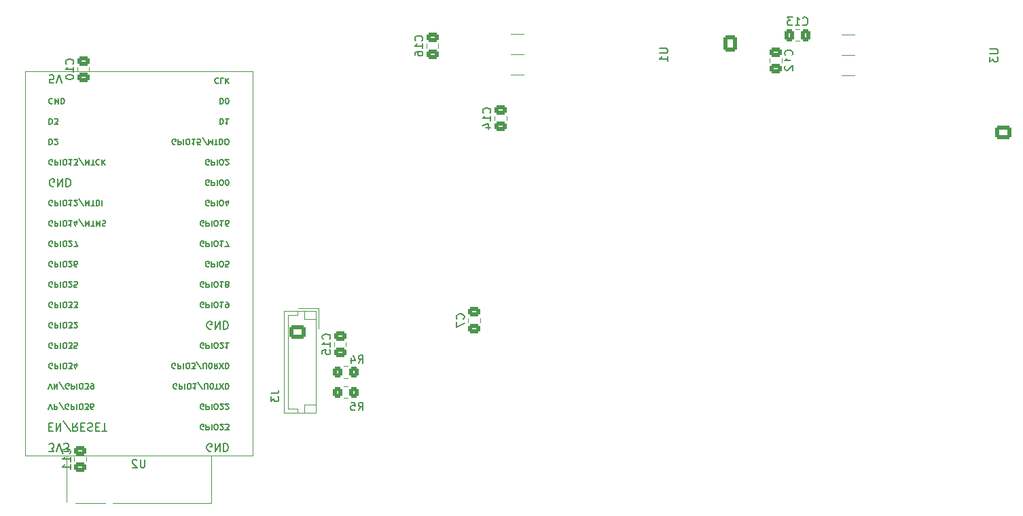
<source format=gbo>
G04 #@! TF.GenerationSoftware,KiCad,Pcbnew,8.0.3*
G04 #@! TF.CreationDate,2024-07-01T22:09:14+02:00*
G04 #@! TF.ProjectId,VFO na esp32,56464f20-6e61-4206-9573-7033322e6b69,rev?*
G04 #@! TF.SameCoordinates,Original*
G04 #@! TF.FileFunction,Legend,Bot*
G04 #@! TF.FilePolarity,Positive*
%FSLAX46Y46*%
G04 Gerber Fmt 4.6, Leading zero omitted, Abs format (unit mm)*
G04 Created by KiCad (PCBNEW 8.0.3) date 2024-07-01 22:09:14*
%MOMM*%
%LPD*%
G01*
G04 APERTURE LIST*
G04 Aperture macros list*
%AMRoundRect*
0 Rectangle with rounded corners*
0 $1 Rounding radius*
0 $2 $3 $4 $5 $6 $7 $8 $9 X,Y pos of 4 corners*
0 Add a 4 corners polygon primitive as box body*
4,1,4,$2,$3,$4,$5,$6,$7,$8,$9,$2,$3,0*
0 Add four circle primitives for the rounded corners*
1,1,$1+$1,$2,$3*
1,1,$1+$1,$4,$5*
1,1,$1+$1,$6,$7*
1,1,$1+$1,$8,$9*
0 Add four rect primitives between the rounded corners*
20,1,$1+$1,$2,$3,$4,$5,0*
20,1,$1+$1,$4,$5,$6,$7,0*
20,1,$1+$1,$6,$7,$8,$9,0*
20,1,$1+$1,$8,$9,$2,$3,0*%
G04 Aperture macros list end*
%ADD10C,0.150000*%
%ADD11C,0.120000*%
%ADD12R,1.600000X1.600000*%
%ADD13C,1.600000*%
%ADD14C,2.200000*%
%ADD15R,1.700000X1.700000*%
%ADD16O,1.700000X1.700000*%
%ADD17C,5.000000*%
%ADD18O,1.600000X1.600000*%
%ADD19C,7.000000*%
%ADD20R,2.000000X2.000000*%
%ADD21C,2.000000*%
%ADD22R,3.200000X2.000000*%
%ADD23R,2.400000X2.400000*%
%ADD24O,2.400000X2.400000*%
%ADD25RoundRect,0.250000X0.750000X-0.600000X0.750000X0.600000X-0.750000X0.600000X-0.750000X-0.600000X0*%
%ADD26O,2.000000X1.700000*%
%ADD27RoundRect,0.250000X0.600000X0.750000X-0.600000X0.750000X-0.600000X-0.750000X0.600000X-0.750000X0*%
%ADD28O,1.700000X2.000000*%
%ADD29R,2.000000X1.200000*%
%ADD30O,2.000000X1.200000*%
%ADD31O,3.500000X3.500000*%
%ADD32R,2.000000X1.905000*%
%ADD33O,2.000000X1.905000*%
%ADD34RoundRect,0.250000X0.475000X-0.337500X0.475000X0.337500X-0.475000X0.337500X-0.475000X-0.337500X0*%
%ADD35RoundRect,0.250000X0.337500X0.475000X-0.337500X0.475000X-0.337500X-0.475000X0.337500X-0.475000X0*%
%ADD36RoundRect,0.250000X-0.475000X0.337500X-0.475000X-0.337500X0.475000X-0.337500X0.475000X0.337500X0*%
%ADD37RoundRect,0.250000X0.350000X0.450000X-0.350000X0.450000X-0.350000X-0.450000X0.350000X-0.450000X0*%
%ADD38RoundRect,0.250000X-0.725000X0.600000X-0.725000X-0.600000X0.725000X-0.600000X0.725000X0.600000X0*%
%ADD39O,1.950000X1.700000*%
G04 APERTURE END LIST*
D10*
X117661904Y-118258259D02*
X117661904Y-119067782D01*
X117661904Y-119067782D02*
X117614285Y-119163020D01*
X117614285Y-119163020D02*
X117566666Y-119210640D01*
X117566666Y-119210640D02*
X117471428Y-119258259D01*
X117471428Y-119258259D02*
X117280952Y-119258259D01*
X117280952Y-119258259D02*
X117185714Y-119210640D01*
X117185714Y-119210640D02*
X117138095Y-119163020D01*
X117138095Y-119163020D02*
X117090476Y-119067782D01*
X117090476Y-119067782D02*
X117090476Y-118258259D01*
X116661904Y-118353497D02*
X116614285Y-118305878D01*
X116614285Y-118305878D02*
X116519047Y-118258259D01*
X116519047Y-118258259D02*
X116280952Y-118258259D01*
X116280952Y-118258259D02*
X116185714Y-118305878D01*
X116185714Y-118305878D02*
X116138095Y-118353497D01*
X116138095Y-118353497D02*
X116090476Y-118448735D01*
X116090476Y-118448735D02*
X116090476Y-118543973D01*
X116090476Y-118543973D02*
X116138095Y-118686830D01*
X116138095Y-118686830D02*
X116709523Y-119258259D01*
X116709523Y-119258259D02*
X116090476Y-119258259D01*
X106135350Y-73274073D02*
X106102017Y-73240740D01*
X106102017Y-73240740D02*
X106002017Y-73207406D01*
X106002017Y-73207406D02*
X105935350Y-73207406D01*
X105935350Y-73207406D02*
X105835350Y-73240740D01*
X105835350Y-73240740D02*
X105768684Y-73307406D01*
X105768684Y-73307406D02*
X105735350Y-73374073D01*
X105735350Y-73374073D02*
X105702017Y-73507406D01*
X105702017Y-73507406D02*
X105702017Y-73607406D01*
X105702017Y-73607406D02*
X105735350Y-73740740D01*
X105735350Y-73740740D02*
X105768684Y-73807406D01*
X105768684Y-73807406D02*
X105835350Y-73874073D01*
X105835350Y-73874073D02*
X105935350Y-73907406D01*
X105935350Y-73907406D02*
X106002017Y-73907406D01*
X106002017Y-73907406D02*
X106102017Y-73874073D01*
X106102017Y-73874073D02*
X106135350Y-73840740D01*
X106435350Y-73207406D02*
X106435350Y-73907406D01*
X106435350Y-73907406D02*
X106668684Y-73407406D01*
X106668684Y-73407406D02*
X106902017Y-73907406D01*
X106902017Y-73907406D02*
X106902017Y-73207406D01*
X107235350Y-73207406D02*
X107235350Y-73907406D01*
X107235350Y-73907406D02*
X107402017Y-73907406D01*
X107402017Y-73907406D02*
X107502017Y-73874073D01*
X107502017Y-73874073D02*
X107568684Y-73807406D01*
X107568684Y-73807406D02*
X107602017Y-73740740D01*
X107602017Y-73740740D02*
X107635350Y-73607406D01*
X107635350Y-73607406D02*
X107635350Y-73507406D01*
X107635350Y-73507406D02*
X107602017Y-73374073D01*
X107602017Y-73374073D02*
X107568684Y-73307406D01*
X107568684Y-73307406D02*
X107502017Y-73240740D01*
X107502017Y-73240740D02*
X107402017Y-73207406D01*
X107402017Y-73207406D02*
X107235350Y-73207406D01*
X105635350Y-109467406D02*
X105868684Y-108767406D01*
X105868684Y-108767406D02*
X106102017Y-109467406D01*
X106335350Y-108767406D02*
X106335350Y-109467406D01*
X106335350Y-109467406D02*
X106735350Y-108767406D01*
X106735350Y-108767406D02*
X106735350Y-109467406D01*
X107568683Y-109500740D02*
X106968683Y-108600740D01*
X108168683Y-109434073D02*
X108102016Y-109467406D01*
X108102016Y-109467406D02*
X108002016Y-109467406D01*
X108002016Y-109467406D02*
X107902016Y-109434073D01*
X107902016Y-109434073D02*
X107835350Y-109367406D01*
X107835350Y-109367406D02*
X107802016Y-109300740D01*
X107802016Y-109300740D02*
X107768683Y-109167406D01*
X107768683Y-109167406D02*
X107768683Y-109067406D01*
X107768683Y-109067406D02*
X107802016Y-108934073D01*
X107802016Y-108934073D02*
X107835350Y-108867406D01*
X107835350Y-108867406D02*
X107902016Y-108800740D01*
X107902016Y-108800740D02*
X108002016Y-108767406D01*
X108002016Y-108767406D02*
X108068683Y-108767406D01*
X108068683Y-108767406D02*
X108168683Y-108800740D01*
X108168683Y-108800740D02*
X108202016Y-108834073D01*
X108202016Y-108834073D02*
X108202016Y-109067406D01*
X108202016Y-109067406D02*
X108068683Y-109067406D01*
X108502016Y-108767406D02*
X108502016Y-109467406D01*
X108502016Y-109467406D02*
X108768683Y-109467406D01*
X108768683Y-109467406D02*
X108835350Y-109434073D01*
X108835350Y-109434073D02*
X108868683Y-109400740D01*
X108868683Y-109400740D02*
X108902016Y-109334073D01*
X108902016Y-109334073D02*
X108902016Y-109234073D01*
X108902016Y-109234073D02*
X108868683Y-109167406D01*
X108868683Y-109167406D02*
X108835350Y-109134073D01*
X108835350Y-109134073D02*
X108768683Y-109100740D01*
X108768683Y-109100740D02*
X108502016Y-109100740D01*
X109202016Y-108767406D02*
X109202016Y-109467406D01*
X109668683Y-109467406D02*
X109802016Y-109467406D01*
X109802016Y-109467406D02*
X109868683Y-109434073D01*
X109868683Y-109434073D02*
X109935349Y-109367406D01*
X109935349Y-109367406D02*
X109968683Y-109234073D01*
X109968683Y-109234073D02*
X109968683Y-109000740D01*
X109968683Y-109000740D02*
X109935349Y-108867406D01*
X109935349Y-108867406D02*
X109868683Y-108800740D01*
X109868683Y-108800740D02*
X109802016Y-108767406D01*
X109802016Y-108767406D02*
X109668683Y-108767406D01*
X109668683Y-108767406D02*
X109602016Y-108800740D01*
X109602016Y-108800740D02*
X109535349Y-108867406D01*
X109535349Y-108867406D02*
X109502016Y-109000740D01*
X109502016Y-109000740D02*
X109502016Y-109234073D01*
X109502016Y-109234073D02*
X109535349Y-109367406D01*
X109535349Y-109367406D02*
X109602016Y-109434073D01*
X109602016Y-109434073D02*
X109668683Y-109467406D01*
X110202016Y-109467406D02*
X110635349Y-109467406D01*
X110635349Y-109467406D02*
X110402016Y-109200740D01*
X110402016Y-109200740D02*
X110502016Y-109200740D01*
X110502016Y-109200740D02*
X110568682Y-109167406D01*
X110568682Y-109167406D02*
X110602016Y-109134073D01*
X110602016Y-109134073D02*
X110635349Y-109067406D01*
X110635349Y-109067406D02*
X110635349Y-108900740D01*
X110635349Y-108900740D02*
X110602016Y-108834073D01*
X110602016Y-108834073D02*
X110568682Y-108800740D01*
X110568682Y-108800740D02*
X110502016Y-108767406D01*
X110502016Y-108767406D02*
X110302016Y-108767406D01*
X110302016Y-108767406D02*
X110235349Y-108800740D01*
X110235349Y-108800740D02*
X110202016Y-108834073D01*
X110968683Y-108767406D02*
X111102016Y-108767406D01*
X111102016Y-108767406D02*
X111168683Y-108800740D01*
X111168683Y-108800740D02*
X111202016Y-108834073D01*
X111202016Y-108834073D02*
X111268683Y-108934073D01*
X111268683Y-108934073D02*
X111302016Y-109067406D01*
X111302016Y-109067406D02*
X111302016Y-109334073D01*
X111302016Y-109334073D02*
X111268683Y-109400740D01*
X111268683Y-109400740D02*
X111235349Y-109434073D01*
X111235349Y-109434073D02*
X111168683Y-109467406D01*
X111168683Y-109467406D02*
X111035349Y-109467406D01*
X111035349Y-109467406D02*
X110968683Y-109434073D01*
X110968683Y-109434073D02*
X110935349Y-109400740D01*
X110935349Y-109400740D02*
X110902016Y-109334073D01*
X110902016Y-109334073D02*
X110902016Y-109167406D01*
X110902016Y-109167406D02*
X110935349Y-109100740D01*
X110935349Y-109100740D02*
X110968683Y-109067406D01*
X110968683Y-109067406D02*
X111035349Y-109034073D01*
X111035349Y-109034073D02*
X111168683Y-109034073D01*
X111168683Y-109034073D02*
X111235349Y-109067406D01*
X111235349Y-109067406D02*
X111268683Y-109100740D01*
X111268683Y-109100740D02*
X111302016Y-109167406D01*
X127031315Y-73207406D02*
X127031315Y-73907406D01*
X127031315Y-73907406D02*
X127197982Y-73907406D01*
X127197982Y-73907406D02*
X127297982Y-73874073D01*
X127297982Y-73874073D02*
X127364649Y-73807406D01*
X127364649Y-73807406D02*
X127397982Y-73740740D01*
X127397982Y-73740740D02*
X127431315Y-73607406D01*
X127431315Y-73607406D02*
X127431315Y-73507406D01*
X127431315Y-73507406D02*
X127397982Y-73374073D01*
X127397982Y-73374073D02*
X127364649Y-73307406D01*
X127364649Y-73307406D02*
X127297982Y-73240740D01*
X127297982Y-73240740D02*
X127197982Y-73207406D01*
X127197982Y-73207406D02*
X127031315Y-73207406D01*
X127864649Y-73907406D02*
X127931315Y-73907406D01*
X127931315Y-73907406D02*
X127997982Y-73874073D01*
X127997982Y-73874073D02*
X128031315Y-73840740D01*
X128031315Y-73840740D02*
X128064649Y-73774073D01*
X128064649Y-73774073D02*
X128097982Y-73640740D01*
X128097982Y-73640740D02*
X128097982Y-73474073D01*
X128097982Y-73474073D02*
X128064649Y-73340740D01*
X128064649Y-73340740D02*
X128031315Y-73274073D01*
X128031315Y-73274073D02*
X127997982Y-73240740D01*
X127997982Y-73240740D02*
X127931315Y-73207406D01*
X127931315Y-73207406D02*
X127864649Y-73207406D01*
X127864649Y-73207406D02*
X127797982Y-73240740D01*
X127797982Y-73240740D02*
X127764649Y-73274073D01*
X127764649Y-73274073D02*
X127731315Y-73340740D01*
X127731315Y-73340740D02*
X127697982Y-73474073D01*
X127697982Y-73474073D02*
X127697982Y-73640740D01*
X127697982Y-73640740D02*
X127731315Y-73774073D01*
X127731315Y-73774073D02*
X127764649Y-73840740D01*
X127764649Y-73840740D02*
X127797982Y-73874073D01*
X127797982Y-73874073D02*
X127864649Y-73907406D01*
X106102017Y-101814073D02*
X106035350Y-101847406D01*
X106035350Y-101847406D02*
X105935350Y-101847406D01*
X105935350Y-101847406D02*
X105835350Y-101814073D01*
X105835350Y-101814073D02*
X105768684Y-101747406D01*
X105768684Y-101747406D02*
X105735350Y-101680740D01*
X105735350Y-101680740D02*
X105702017Y-101547406D01*
X105702017Y-101547406D02*
X105702017Y-101447406D01*
X105702017Y-101447406D02*
X105735350Y-101314073D01*
X105735350Y-101314073D02*
X105768684Y-101247406D01*
X105768684Y-101247406D02*
X105835350Y-101180740D01*
X105835350Y-101180740D02*
X105935350Y-101147406D01*
X105935350Y-101147406D02*
X106002017Y-101147406D01*
X106002017Y-101147406D02*
X106102017Y-101180740D01*
X106102017Y-101180740D02*
X106135350Y-101214073D01*
X106135350Y-101214073D02*
X106135350Y-101447406D01*
X106135350Y-101447406D02*
X106002017Y-101447406D01*
X106435350Y-101147406D02*
X106435350Y-101847406D01*
X106435350Y-101847406D02*
X106702017Y-101847406D01*
X106702017Y-101847406D02*
X106768684Y-101814073D01*
X106768684Y-101814073D02*
X106802017Y-101780740D01*
X106802017Y-101780740D02*
X106835350Y-101714073D01*
X106835350Y-101714073D02*
X106835350Y-101614073D01*
X106835350Y-101614073D02*
X106802017Y-101547406D01*
X106802017Y-101547406D02*
X106768684Y-101514073D01*
X106768684Y-101514073D02*
X106702017Y-101480740D01*
X106702017Y-101480740D02*
X106435350Y-101480740D01*
X107135350Y-101147406D02*
X107135350Y-101847406D01*
X107602017Y-101847406D02*
X107735350Y-101847406D01*
X107735350Y-101847406D02*
X107802017Y-101814073D01*
X107802017Y-101814073D02*
X107868683Y-101747406D01*
X107868683Y-101747406D02*
X107902017Y-101614073D01*
X107902017Y-101614073D02*
X107902017Y-101380740D01*
X107902017Y-101380740D02*
X107868683Y-101247406D01*
X107868683Y-101247406D02*
X107802017Y-101180740D01*
X107802017Y-101180740D02*
X107735350Y-101147406D01*
X107735350Y-101147406D02*
X107602017Y-101147406D01*
X107602017Y-101147406D02*
X107535350Y-101180740D01*
X107535350Y-101180740D02*
X107468683Y-101247406D01*
X107468683Y-101247406D02*
X107435350Y-101380740D01*
X107435350Y-101380740D02*
X107435350Y-101614073D01*
X107435350Y-101614073D02*
X107468683Y-101747406D01*
X107468683Y-101747406D02*
X107535350Y-101814073D01*
X107535350Y-101814073D02*
X107602017Y-101847406D01*
X108135350Y-101847406D02*
X108568683Y-101847406D01*
X108568683Y-101847406D02*
X108335350Y-101580740D01*
X108335350Y-101580740D02*
X108435350Y-101580740D01*
X108435350Y-101580740D02*
X108502016Y-101547406D01*
X108502016Y-101547406D02*
X108535350Y-101514073D01*
X108535350Y-101514073D02*
X108568683Y-101447406D01*
X108568683Y-101447406D02*
X108568683Y-101280740D01*
X108568683Y-101280740D02*
X108535350Y-101214073D01*
X108535350Y-101214073D02*
X108502016Y-101180740D01*
X108502016Y-101180740D02*
X108435350Y-101147406D01*
X108435350Y-101147406D02*
X108235350Y-101147406D01*
X108235350Y-101147406D02*
X108168683Y-101180740D01*
X108168683Y-101180740D02*
X108135350Y-101214073D01*
X108835350Y-101780740D02*
X108868683Y-101814073D01*
X108868683Y-101814073D02*
X108935350Y-101847406D01*
X108935350Y-101847406D02*
X109102017Y-101847406D01*
X109102017Y-101847406D02*
X109168683Y-101814073D01*
X109168683Y-101814073D02*
X109202017Y-101780740D01*
X109202017Y-101780740D02*
X109235350Y-101714073D01*
X109235350Y-101714073D02*
X109235350Y-101647406D01*
X109235350Y-101647406D02*
X109202017Y-101547406D01*
X109202017Y-101547406D02*
X108802017Y-101147406D01*
X108802017Y-101147406D02*
X109235350Y-101147406D01*
X125631316Y-84034073D02*
X125564649Y-84067406D01*
X125564649Y-84067406D02*
X125464649Y-84067406D01*
X125464649Y-84067406D02*
X125364649Y-84034073D01*
X125364649Y-84034073D02*
X125297983Y-83967406D01*
X125297983Y-83967406D02*
X125264649Y-83900740D01*
X125264649Y-83900740D02*
X125231316Y-83767406D01*
X125231316Y-83767406D02*
X125231316Y-83667406D01*
X125231316Y-83667406D02*
X125264649Y-83534073D01*
X125264649Y-83534073D02*
X125297983Y-83467406D01*
X125297983Y-83467406D02*
X125364649Y-83400740D01*
X125364649Y-83400740D02*
X125464649Y-83367406D01*
X125464649Y-83367406D02*
X125531316Y-83367406D01*
X125531316Y-83367406D02*
X125631316Y-83400740D01*
X125631316Y-83400740D02*
X125664649Y-83434073D01*
X125664649Y-83434073D02*
X125664649Y-83667406D01*
X125664649Y-83667406D02*
X125531316Y-83667406D01*
X125964649Y-83367406D02*
X125964649Y-84067406D01*
X125964649Y-84067406D02*
X126231316Y-84067406D01*
X126231316Y-84067406D02*
X126297983Y-84034073D01*
X126297983Y-84034073D02*
X126331316Y-84000740D01*
X126331316Y-84000740D02*
X126364649Y-83934073D01*
X126364649Y-83934073D02*
X126364649Y-83834073D01*
X126364649Y-83834073D02*
X126331316Y-83767406D01*
X126331316Y-83767406D02*
X126297983Y-83734073D01*
X126297983Y-83734073D02*
X126231316Y-83700740D01*
X126231316Y-83700740D02*
X125964649Y-83700740D01*
X126664649Y-83367406D02*
X126664649Y-84067406D01*
X127131316Y-84067406D02*
X127264649Y-84067406D01*
X127264649Y-84067406D02*
X127331316Y-84034073D01*
X127331316Y-84034073D02*
X127397982Y-83967406D01*
X127397982Y-83967406D02*
X127431316Y-83834073D01*
X127431316Y-83834073D02*
X127431316Y-83600740D01*
X127431316Y-83600740D02*
X127397982Y-83467406D01*
X127397982Y-83467406D02*
X127331316Y-83400740D01*
X127331316Y-83400740D02*
X127264649Y-83367406D01*
X127264649Y-83367406D02*
X127131316Y-83367406D01*
X127131316Y-83367406D02*
X127064649Y-83400740D01*
X127064649Y-83400740D02*
X126997982Y-83467406D01*
X126997982Y-83467406D02*
X126964649Y-83600740D01*
X126964649Y-83600740D02*
X126964649Y-83834073D01*
X126964649Y-83834073D02*
X126997982Y-83967406D01*
X126997982Y-83967406D02*
X127064649Y-84034073D01*
X127064649Y-84034073D02*
X127131316Y-84067406D01*
X127864649Y-84067406D02*
X127931315Y-84067406D01*
X127931315Y-84067406D02*
X127997982Y-84034073D01*
X127997982Y-84034073D02*
X128031315Y-84000740D01*
X128031315Y-84000740D02*
X128064649Y-83934073D01*
X128064649Y-83934073D02*
X128097982Y-83800740D01*
X128097982Y-83800740D02*
X128097982Y-83634073D01*
X128097982Y-83634073D02*
X128064649Y-83500740D01*
X128064649Y-83500740D02*
X128031315Y-83434073D01*
X128031315Y-83434073D02*
X127997982Y-83400740D01*
X127997982Y-83400740D02*
X127931315Y-83367406D01*
X127931315Y-83367406D02*
X127864649Y-83367406D01*
X127864649Y-83367406D02*
X127797982Y-83400740D01*
X127797982Y-83400740D02*
X127764649Y-83434073D01*
X127764649Y-83434073D02*
X127731315Y-83500740D01*
X127731315Y-83500740D02*
X127697982Y-83634073D01*
X127697982Y-83634073D02*
X127697982Y-83800740D01*
X127697982Y-83800740D02*
X127731315Y-83934073D01*
X127731315Y-83934073D02*
X127764649Y-84000740D01*
X127764649Y-84000740D02*
X127797982Y-84034073D01*
X127797982Y-84034073D02*
X127864649Y-84067406D01*
X127031315Y-75747406D02*
X127031315Y-76447406D01*
X127031315Y-76447406D02*
X127197982Y-76447406D01*
X127197982Y-76447406D02*
X127297982Y-76414073D01*
X127297982Y-76414073D02*
X127364649Y-76347406D01*
X127364649Y-76347406D02*
X127397982Y-76280740D01*
X127397982Y-76280740D02*
X127431315Y-76147406D01*
X127431315Y-76147406D02*
X127431315Y-76047406D01*
X127431315Y-76047406D02*
X127397982Y-75914073D01*
X127397982Y-75914073D02*
X127364649Y-75847406D01*
X127364649Y-75847406D02*
X127297982Y-75780740D01*
X127297982Y-75780740D02*
X127197982Y-75747406D01*
X127197982Y-75747406D02*
X127031315Y-75747406D01*
X128097982Y-75747406D02*
X127697982Y-75747406D01*
X127897982Y-75747406D02*
X127897982Y-76447406D01*
X127897982Y-76447406D02*
X127831315Y-76347406D01*
X127831315Y-76347406D02*
X127764649Y-76280740D01*
X127764649Y-76280740D02*
X127697982Y-76247406D01*
X124964649Y-91654073D02*
X124897982Y-91687406D01*
X124897982Y-91687406D02*
X124797982Y-91687406D01*
X124797982Y-91687406D02*
X124697982Y-91654073D01*
X124697982Y-91654073D02*
X124631316Y-91587406D01*
X124631316Y-91587406D02*
X124597982Y-91520740D01*
X124597982Y-91520740D02*
X124564649Y-91387406D01*
X124564649Y-91387406D02*
X124564649Y-91287406D01*
X124564649Y-91287406D02*
X124597982Y-91154073D01*
X124597982Y-91154073D02*
X124631316Y-91087406D01*
X124631316Y-91087406D02*
X124697982Y-91020740D01*
X124697982Y-91020740D02*
X124797982Y-90987406D01*
X124797982Y-90987406D02*
X124864649Y-90987406D01*
X124864649Y-90987406D02*
X124964649Y-91020740D01*
X124964649Y-91020740D02*
X124997982Y-91054073D01*
X124997982Y-91054073D02*
X124997982Y-91287406D01*
X124997982Y-91287406D02*
X124864649Y-91287406D01*
X125297982Y-90987406D02*
X125297982Y-91687406D01*
X125297982Y-91687406D02*
X125564649Y-91687406D01*
X125564649Y-91687406D02*
X125631316Y-91654073D01*
X125631316Y-91654073D02*
X125664649Y-91620740D01*
X125664649Y-91620740D02*
X125697982Y-91554073D01*
X125697982Y-91554073D02*
X125697982Y-91454073D01*
X125697982Y-91454073D02*
X125664649Y-91387406D01*
X125664649Y-91387406D02*
X125631316Y-91354073D01*
X125631316Y-91354073D02*
X125564649Y-91320740D01*
X125564649Y-91320740D02*
X125297982Y-91320740D01*
X125997982Y-90987406D02*
X125997982Y-91687406D01*
X126464649Y-91687406D02*
X126597982Y-91687406D01*
X126597982Y-91687406D02*
X126664649Y-91654073D01*
X126664649Y-91654073D02*
X126731315Y-91587406D01*
X126731315Y-91587406D02*
X126764649Y-91454073D01*
X126764649Y-91454073D02*
X126764649Y-91220740D01*
X126764649Y-91220740D02*
X126731315Y-91087406D01*
X126731315Y-91087406D02*
X126664649Y-91020740D01*
X126664649Y-91020740D02*
X126597982Y-90987406D01*
X126597982Y-90987406D02*
X126464649Y-90987406D01*
X126464649Y-90987406D02*
X126397982Y-91020740D01*
X126397982Y-91020740D02*
X126331315Y-91087406D01*
X126331315Y-91087406D02*
X126297982Y-91220740D01*
X126297982Y-91220740D02*
X126297982Y-91454073D01*
X126297982Y-91454073D02*
X126331315Y-91587406D01*
X126331315Y-91587406D02*
X126397982Y-91654073D01*
X126397982Y-91654073D02*
X126464649Y-91687406D01*
X127431315Y-90987406D02*
X127031315Y-90987406D01*
X127231315Y-90987406D02*
X127231315Y-91687406D01*
X127231315Y-91687406D02*
X127164648Y-91587406D01*
X127164648Y-91587406D02*
X127097982Y-91520740D01*
X127097982Y-91520740D02*
X127031315Y-91487406D01*
X127664649Y-91687406D02*
X128131315Y-91687406D01*
X128131315Y-91687406D02*
X127831315Y-90987406D01*
X121597983Y-109434073D02*
X121531316Y-109467406D01*
X121531316Y-109467406D02*
X121431316Y-109467406D01*
X121431316Y-109467406D02*
X121331316Y-109434073D01*
X121331316Y-109434073D02*
X121264650Y-109367406D01*
X121264650Y-109367406D02*
X121231316Y-109300740D01*
X121231316Y-109300740D02*
X121197983Y-109167406D01*
X121197983Y-109167406D02*
X121197983Y-109067406D01*
X121197983Y-109067406D02*
X121231316Y-108934073D01*
X121231316Y-108934073D02*
X121264650Y-108867406D01*
X121264650Y-108867406D02*
X121331316Y-108800740D01*
X121331316Y-108800740D02*
X121431316Y-108767406D01*
X121431316Y-108767406D02*
X121497983Y-108767406D01*
X121497983Y-108767406D02*
X121597983Y-108800740D01*
X121597983Y-108800740D02*
X121631316Y-108834073D01*
X121631316Y-108834073D02*
X121631316Y-109067406D01*
X121631316Y-109067406D02*
X121497983Y-109067406D01*
X121931316Y-108767406D02*
X121931316Y-109467406D01*
X121931316Y-109467406D02*
X122197983Y-109467406D01*
X122197983Y-109467406D02*
X122264650Y-109434073D01*
X122264650Y-109434073D02*
X122297983Y-109400740D01*
X122297983Y-109400740D02*
X122331316Y-109334073D01*
X122331316Y-109334073D02*
X122331316Y-109234073D01*
X122331316Y-109234073D02*
X122297983Y-109167406D01*
X122297983Y-109167406D02*
X122264650Y-109134073D01*
X122264650Y-109134073D02*
X122197983Y-109100740D01*
X122197983Y-109100740D02*
X121931316Y-109100740D01*
X122631316Y-108767406D02*
X122631316Y-109467406D01*
X123097983Y-109467406D02*
X123231316Y-109467406D01*
X123231316Y-109467406D02*
X123297983Y-109434073D01*
X123297983Y-109434073D02*
X123364649Y-109367406D01*
X123364649Y-109367406D02*
X123397983Y-109234073D01*
X123397983Y-109234073D02*
X123397983Y-109000740D01*
X123397983Y-109000740D02*
X123364649Y-108867406D01*
X123364649Y-108867406D02*
X123297983Y-108800740D01*
X123297983Y-108800740D02*
X123231316Y-108767406D01*
X123231316Y-108767406D02*
X123097983Y-108767406D01*
X123097983Y-108767406D02*
X123031316Y-108800740D01*
X123031316Y-108800740D02*
X122964649Y-108867406D01*
X122964649Y-108867406D02*
X122931316Y-109000740D01*
X122931316Y-109000740D02*
X122931316Y-109234073D01*
X122931316Y-109234073D02*
X122964649Y-109367406D01*
X122964649Y-109367406D02*
X123031316Y-109434073D01*
X123031316Y-109434073D02*
X123097983Y-109467406D01*
X124064649Y-108767406D02*
X123664649Y-108767406D01*
X123864649Y-108767406D02*
X123864649Y-109467406D01*
X123864649Y-109467406D02*
X123797982Y-109367406D01*
X123797982Y-109367406D02*
X123731316Y-109300740D01*
X123731316Y-109300740D02*
X123664649Y-109267406D01*
X124864649Y-109500740D02*
X124264649Y-108600740D01*
X125097982Y-109467406D02*
X125097982Y-108900740D01*
X125097982Y-108900740D02*
X125131316Y-108834073D01*
X125131316Y-108834073D02*
X125164649Y-108800740D01*
X125164649Y-108800740D02*
X125231316Y-108767406D01*
X125231316Y-108767406D02*
X125364649Y-108767406D01*
X125364649Y-108767406D02*
X125431316Y-108800740D01*
X125431316Y-108800740D02*
X125464649Y-108834073D01*
X125464649Y-108834073D02*
X125497982Y-108900740D01*
X125497982Y-108900740D02*
X125497982Y-109467406D01*
X125964649Y-109467406D02*
X126031315Y-109467406D01*
X126031315Y-109467406D02*
X126097982Y-109434073D01*
X126097982Y-109434073D02*
X126131315Y-109400740D01*
X126131315Y-109400740D02*
X126164649Y-109334073D01*
X126164649Y-109334073D02*
X126197982Y-109200740D01*
X126197982Y-109200740D02*
X126197982Y-109034073D01*
X126197982Y-109034073D02*
X126164649Y-108900740D01*
X126164649Y-108900740D02*
X126131315Y-108834073D01*
X126131315Y-108834073D02*
X126097982Y-108800740D01*
X126097982Y-108800740D02*
X126031315Y-108767406D01*
X126031315Y-108767406D02*
X125964649Y-108767406D01*
X125964649Y-108767406D02*
X125897982Y-108800740D01*
X125897982Y-108800740D02*
X125864649Y-108834073D01*
X125864649Y-108834073D02*
X125831315Y-108900740D01*
X125831315Y-108900740D02*
X125797982Y-109034073D01*
X125797982Y-109034073D02*
X125797982Y-109200740D01*
X125797982Y-109200740D02*
X125831315Y-109334073D01*
X125831315Y-109334073D02*
X125864649Y-109400740D01*
X125864649Y-109400740D02*
X125897982Y-109434073D01*
X125897982Y-109434073D02*
X125964649Y-109467406D01*
X126397982Y-109467406D02*
X126797982Y-109467406D01*
X126597982Y-108767406D02*
X126597982Y-109467406D01*
X126964649Y-109467406D02*
X127431315Y-108767406D01*
X127431315Y-109467406D02*
X126964649Y-108767406D01*
X127697982Y-108767406D02*
X127697982Y-109467406D01*
X127697982Y-109467406D02*
X127864649Y-109467406D01*
X127864649Y-109467406D02*
X127964649Y-109434073D01*
X127964649Y-109434073D02*
X128031316Y-109367406D01*
X128031316Y-109367406D02*
X128064649Y-109300740D01*
X128064649Y-109300740D02*
X128097982Y-109167406D01*
X128097982Y-109167406D02*
X128097982Y-109067406D01*
X128097982Y-109067406D02*
X128064649Y-108934073D01*
X128064649Y-108934073D02*
X128031316Y-108867406D01*
X128031316Y-108867406D02*
X127964649Y-108800740D01*
X127964649Y-108800740D02*
X127864649Y-108767406D01*
X127864649Y-108767406D02*
X127697982Y-108767406D01*
X125945601Y-117201001D02*
X125850363Y-117248620D01*
X125850363Y-117248620D02*
X125707506Y-117248620D01*
X125707506Y-117248620D02*
X125564649Y-117201001D01*
X125564649Y-117201001D02*
X125469411Y-117105763D01*
X125469411Y-117105763D02*
X125421792Y-117010525D01*
X125421792Y-117010525D02*
X125374173Y-116820049D01*
X125374173Y-116820049D02*
X125374173Y-116677192D01*
X125374173Y-116677192D02*
X125421792Y-116486716D01*
X125421792Y-116486716D02*
X125469411Y-116391478D01*
X125469411Y-116391478D02*
X125564649Y-116296240D01*
X125564649Y-116296240D02*
X125707506Y-116248620D01*
X125707506Y-116248620D02*
X125802744Y-116248620D01*
X125802744Y-116248620D02*
X125945601Y-116296240D01*
X125945601Y-116296240D02*
X125993220Y-116343859D01*
X125993220Y-116343859D02*
X125993220Y-116677192D01*
X125993220Y-116677192D02*
X125802744Y-116677192D01*
X126421792Y-116248620D02*
X126421792Y-117248620D01*
X126421792Y-117248620D02*
X126993220Y-116248620D01*
X126993220Y-116248620D02*
X126993220Y-117248620D01*
X127469411Y-116248620D02*
X127469411Y-117248620D01*
X127469411Y-117248620D02*
X127707506Y-117248620D01*
X127707506Y-117248620D02*
X127850363Y-117201001D01*
X127850363Y-117201001D02*
X127945601Y-117105763D01*
X127945601Y-117105763D02*
X127993220Y-117010525D01*
X127993220Y-117010525D02*
X128040839Y-116820049D01*
X128040839Y-116820049D02*
X128040839Y-116677192D01*
X128040839Y-116677192D02*
X127993220Y-116486716D01*
X127993220Y-116486716D02*
X127945601Y-116391478D01*
X127945601Y-116391478D02*
X127850363Y-116296240D01*
X127850363Y-116296240D02*
X127707506Y-116248620D01*
X127707506Y-116248620D02*
X127469411Y-116248620D01*
X106102017Y-94194073D02*
X106035350Y-94227406D01*
X106035350Y-94227406D02*
X105935350Y-94227406D01*
X105935350Y-94227406D02*
X105835350Y-94194073D01*
X105835350Y-94194073D02*
X105768684Y-94127406D01*
X105768684Y-94127406D02*
X105735350Y-94060740D01*
X105735350Y-94060740D02*
X105702017Y-93927406D01*
X105702017Y-93927406D02*
X105702017Y-93827406D01*
X105702017Y-93827406D02*
X105735350Y-93694073D01*
X105735350Y-93694073D02*
X105768684Y-93627406D01*
X105768684Y-93627406D02*
X105835350Y-93560740D01*
X105835350Y-93560740D02*
X105935350Y-93527406D01*
X105935350Y-93527406D02*
X106002017Y-93527406D01*
X106002017Y-93527406D02*
X106102017Y-93560740D01*
X106102017Y-93560740D02*
X106135350Y-93594073D01*
X106135350Y-93594073D02*
X106135350Y-93827406D01*
X106135350Y-93827406D02*
X106002017Y-93827406D01*
X106435350Y-93527406D02*
X106435350Y-94227406D01*
X106435350Y-94227406D02*
X106702017Y-94227406D01*
X106702017Y-94227406D02*
X106768684Y-94194073D01*
X106768684Y-94194073D02*
X106802017Y-94160740D01*
X106802017Y-94160740D02*
X106835350Y-94094073D01*
X106835350Y-94094073D02*
X106835350Y-93994073D01*
X106835350Y-93994073D02*
X106802017Y-93927406D01*
X106802017Y-93927406D02*
X106768684Y-93894073D01*
X106768684Y-93894073D02*
X106702017Y-93860740D01*
X106702017Y-93860740D02*
X106435350Y-93860740D01*
X107135350Y-93527406D02*
X107135350Y-94227406D01*
X107602017Y-94227406D02*
X107735350Y-94227406D01*
X107735350Y-94227406D02*
X107802017Y-94194073D01*
X107802017Y-94194073D02*
X107868683Y-94127406D01*
X107868683Y-94127406D02*
X107902017Y-93994073D01*
X107902017Y-93994073D02*
X107902017Y-93760740D01*
X107902017Y-93760740D02*
X107868683Y-93627406D01*
X107868683Y-93627406D02*
X107802017Y-93560740D01*
X107802017Y-93560740D02*
X107735350Y-93527406D01*
X107735350Y-93527406D02*
X107602017Y-93527406D01*
X107602017Y-93527406D02*
X107535350Y-93560740D01*
X107535350Y-93560740D02*
X107468683Y-93627406D01*
X107468683Y-93627406D02*
X107435350Y-93760740D01*
X107435350Y-93760740D02*
X107435350Y-93994073D01*
X107435350Y-93994073D02*
X107468683Y-94127406D01*
X107468683Y-94127406D02*
X107535350Y-94194073D01*
X107535350Y-94194073D02*
X107602017Y-94227406D01*
X108168683Y-94160740D02*
X108202016Y-94194073D01*
X108202016Y-94194073D02*
X108268683Y-94227406D01*
X108268683Y-94227406D02*
X108435350Y-94227406D01*
X108435350Y-94227406D02*
X108502016Y-94194073D01*
X108502016Y-94194073D02*
X108535350Y-94160740D01*
X108535350Y-94160740D02*
X108568683Y-94094073D01*
X108568683Y-94094073D02*
X108568683Y-94027406D01*
X108568683Y-94027406D02*
X108535350Y-93927406D01*
X108535350Y-93927406D02*
X108135350Y-93527406D01*
X108135350Y-93527406D02*
X108568683Y-93527406D01*
X109168683Y-94227406D02*
X109035350Y-94227406D01*
X109035350Y-94227406D02*
X108968683Y-94194073D01*
X108968683Y-94194073D02*
X108935350Y-94160740D01*
X108935350Y-94160740D02*
X108868683Y-94060740D01*
X108868683Y-94060740D02*
X108835350Y-93927406D01*
X108835350Y-93927406D02*
X108835350Y-93660740D01*
X108835350Y-93660740D02*
X108868683Y-93594073D01*
X108868683Y-93594073D02*
X108902017Y-93560740D01*
X108902017Y-93560740D02*
X108968683Y-93527406D01*
X108968683Y-93527406D02*
X109102017Y-93527406D01*
X109102017Y-93527406D02*
X109168683Y-93560740D01*
X109168683Y-93560740D02*
X109202017Y-93594073D01*
X109202017Y-93594073D02*
X109235350Y-93660740D01*
X109235350Y-93660740D02*
X109235350Y-93827406D01*
X109235350Y-93827406D02*
X109202017Y-93894073D01*
X109202017Y-93894073D02*
X109168683Y-93927406D01*
X109168683Y-93927406D02*
X109102017Y-93960740D01*
X109102017Y-93960740D02*
X108968683Y-93960740D01*
X108968683Y-93960740D02*
X108902017Y-93927406D01*
X108902017Y-93927406D02*
X108868683Y-93894073D01*
X108868683Y-93894073D02*
X108835350Y-93827406D01*
X106330588Y-84181001D02*
X106235350Y-84228620D01*
X106235350Y-84228620D02*
X106092493Y-84228620D01*
X106092493Y-84228620D02*
X105949636Y-84181001D01*
X105949636Y-84181001D02*
X105854398Y-84085763D01*
X105854398Y-84085763D02*
X105806779Y-83990525D01*
X105806779Y-83990525D02*
X105759160Y-83800049D01*
X105759160Y-83800049D02*
X105759160Y-83657192D01*
X105759160Y-83657192D02*
X105806779Y-83466716D01*
X105806779Y-83466716D02*
X105854398Y-83371478D01*
X105854398Y-83371478D02*
X105949636Y-83276240D01*
X105949636Y-83276240D02*
X106092493Y-83228620D01*
X106092493Y-83228620D02*
X106187731Y-83228620D01*
X106187731Y-83228620D02*
X106330588Y-83276240D01*
X106330588Y-83276240D02*
X106378207Y-83323859D01*
X106378207Y-83323859D02*
X106378207Y-83657192D01*
X106378207Y-83657192D02*
X106187731Y-83657192D01*
X106806779Y-83228620D02*
X106806779Y-84228620D01*
X106806779Y-84228620D02*
X107378207Y-83228620D01*
X107378207Y-83228620D02*
X107378207Y-84228620D01*
X107854398Y-83228620D02*
X107854398Y-84228620D01*
X107854398Y-84228620D02*
X108092493Y-84228620D01*
X108092493Y-84228620D02*
X108235350Y-84181001D01*
X108235350Y-84181001D02*
X108330588Y-84085763D01*
X108330588Y-84085763D02*
X108378207Y-83990525D01*
X108378207Y-83990525D02*
X108425826Y-83800049D01*
X108425826Y-83800049D02*
X108425826Y-83657192D01*
X108425826Y-83657192D02*
X108378207Y-83466716D01*
X108378207Y-83466716D02*
X108330588Y-83371478D01*
X108330588Y-83371478D02*
X108235350Y-83276240D01*
X108235350Y-83276240D02*
X108092493Y-83228620D01*
X108092493Y-83228620D02*
X107854398Y-83228620D01*
X106102017Y-81494073D02*
X106035350Y-81527406D01*
X106035350Y-81527406D02*
X105935350Y-81527406D01*
X105935350Y-81527406D02*
X105835350Y-81494073D01*
X105835350Y-81494073D02*
X105768684Y-81427406D01*
X105768684Y-81427406D02*
X105735350Y-81360740D01*
X105735350Y-81360740D02*
X105702017Y-81227406D01*
X105702017Y-81227406D02*
X105702017Y-81127406D01*
X105702017Y-81127406D02*
X105735350Y-80994073D01*
X105735350Y-80994073D02*
X105768684Y-80927406D01*
X105768684Y-80927406D02*
X105835350Y-80860740D01*
X105835350Y-80860740D02*
X105935350Y-80827406D01*
X105935350Y-80827406D02*
X106002017Y-80827406D01*
X106002017Y-80827406D02*
X106102017Y-80860740D01*
X106102017Y-80860740D02*
X106135350Y-80894073D01*
X106135350Y-80894073D02*
X106135350Y-81127406D01*
X106135350Y-81127406D02*
X106002017Y-81127406D01*
X106435350Y-80827406D02*
X106435350Y-81527406D01*
X106435350Y-81527406D02*
X106702017Y-81527406D01*
X106702017Y-81527406D02*
X106768684Y-81494073D01*
X106768684Y-81494073D02*
X106802017Y-81460740D01*
X106802017Y-81460740D02*
X106835350Y-81394073D01*
X106835350Y-81394073D02*
X106835350Y-81294073D01*
X106835350Y-81294073D02*
X106802017Y-81227406D01*
X106802017Y-81227406D02*
X106768684Y-81194073D01*
X106768684Y-81194073D02*
X106702017Y-81160740D01*
X106702017Y-81160740D02*
X106435350Y-81160740D01*
X107135350Y-80827406D02*
X107135350Y-81527406D01*
X107602017Y-81527406D02*
X107735350Y-81527406D01*
X107735350Y-81527406D02*
X107802017Y-81494073D01*
X107802017Y-81494073D02*
X107868683Y-81427406D01*
X107868683Y-81427406D02*
X107902017Y-81294073D01*
X107902017Y-81294073D02*
X107902017Y-81060740D01*
X107902017Y-81060740D02*
X107868683Y-80927406D01*
X107868683Y-80927406D02*
X107802017Y-80860740D01*
X107802017Y-80860740D02*
X107735350Y-80827406D01*
X107735350Y-80827406D02*
X107602017Y-80827406D01*
X107602017Y-80827406D02*
X107535350Y-80860740D01*
X107535350Y-80860740D02*
X107468683Y-80927406D01*
X107468683Y-80927406D02*
X107435350Y-81060740D01*
X107435350Y-81060740D02*
X107435350Y-81294073D01*
X107435350Y-81294073D02*
X107468683Y-81427406D01*
X107468683Y-81427406D02*
X107535350Y-81494073D01*
X107535350Y-81494073D02*
X107602017Y-81527406D01*
X108568683Y-80827406D02*
X108168683Y-80827406D01*
X108368683Y-80827406D02*
X108368683Y-81527406D01*
X108368683Y-81527406D02*
X108302016Y-81427406D01*
X108302016Y-81427406D02*
X108235350Y-81360740D01*
X108235350Y-81360740D02*
X108168683Y-81327406D01*
X108802017Y-81527406D02*
X109235350Y-81527406D01*
X109235350Y-81527406D02*
X109002017Y-81260740D01*
X109002017Y-81260740D02*
X109102017Y-81260740D01*
X109102017Y-81260740D02*
X109168683Y-81227406D01*
X109168683Y-81227406D02*
X109202017Y-81194073D01*
X109202017Y-81194073D02*
X109235350Y-81127406D01*
X109235350Y-81127406D02*
X109235350Y-80960740D01*
X109235350Y-80960740D02*
X109202017Y-80894073D01*
X109202017Y-80894073D02*
X109168683Y-80860740D01*
X109168683Y-80860740D02*
X109102017Y-80827406D01*
X109102017Y-80827406D02*
X108902017Y-80827406D01*
X108902017Y-80827406D02*
X108835350Y-80860740D01*
X108835350Y-80860740D02*
X108802017Y-80894073D01*
X110035350Y-81560740D02*
X109435350Y-80660740D01*
X110268683Y-80827406D02*
X110268683Y-81527406D01*
X110268683Y-81527406D02*
X110502017Y-81027406D01*
X110502017Y-81027406D02*
X110735350Y-81527406D01*
X110735350Y-81527406D02*
X110735350Y-80827406D01*
X110968683Y-81527406D02*
X111368683Y-81527406D01*
X111168683Y-80827406D02*
X111168683Y-81527406D01*
X112002016Y-80894073D02*
X111968683Y-80860740D01*
X111968683Y-80860740D02*
X111868683Y-80827406D01*
X111868683Y-80827406D02*
X111802016Y-80827406D01*
X111802016Y-80827406D02*
X111702016Y-80860740D01*
X111702016Y-80860740D02*
X111635350Y-80927406D01*
X111635350Y-80927406D02*
X111602016Y-80994073D01*
X111602016Y-80994073D02*
X111568683Y-81127406D01*
X111568683Y-81127406D02*
X111568683Y-81227406D01*
X111568683Y-81227406D02*
X111602016Y-81360740D01*
X111602016Y-81360740D02*
X111635350Y-81427406D01*
X111635350Y-81427406D02*
X111702016Y-81494073D01*
X111702016Y-81494073D02*
X111802016Y-81527406D01*
X111802016Y-81527406D02*
X111868683Y-81527406D01*
X111868683Y-81527406D02*
X111968683Y-81494073D01*
X111968683Y-81494073D02*
X112002016Y-81460740D01*
X112302016Y-80827406D02*
X112302016Y-81527406D01*
X112702016Y-80827406D02*
X112402016Y-81227406D01*
X112702016Y-81527406D02*
X112302016Y-81127406D01*
X105735350Y-78287406D02*
X105735350Y-78987406D01*
X105735350Y-78987406D02*
X105902017Y-78987406D01*
X105902017Y-78987406D02*
X106002017Y-78954073D01*
X106002017Y-78954073D02*
X106068684Y-78887406D01*
X106068684Y-78887406D02*
X106102017Y-78820740D01*
X106102017Y-78820740D02*
X106135350Y-78687406D01*
X106135350Y-78687406D02*
X106135350Y-78587406D01*
X106135350Y-78587406D02*
X106102017Y-78454073D01*
X106102017Y-78454073D02*
X106068684Y-78387406D01*
X106068684Y-78387406D02*
X106002017Y-78320740D01*
X106002017Y-78320740D02*
X105902017Y-78287406D01*
X105902017Y-78287406D02*
X105735350Y-78287406D01*
X106402017Y-78920740D02*
X106435350Y-78954073D01*
X106435350Y-78954073D02*
X106502017Y-78987406D01*
X106502017Y-78987406D02*
X106668684Y-78987406D01*
X106668684Y-78987406D02*
X106735350Y-78954073D01*
X106735350Y-78954073D02*
X106768684Y-78920740D01*
X106768684Y-78920740D02*
X106802017Y-78854073D01*
X106802017Y-78854073D02*
X106802017Y-78787406D01*
X106802017Y-78787406D02*
X106768684Y-78687406D01*
X106768684Y-78687406D02*
X106368684Y-78287406D01*
X106368684Y-78287406D02*
X106802017Y-78287406D01*
X106102017Y-86574073D02*
X106035350Y-86607406D01*
X106035350Y-86607406D02*
X105935350Y-86607406D01*
X105935350Y-86607406D02*
X105835350Y-86574073D01*
X105835350Y-86574073D02*
X105768684Y-86507406D01*
X105768684Y-86507406D02*
X105735350Y-86440740D01*
X105735350Y-86440740D02*
X105702017Y-86307406D01*
X105702017Y-86307406D02*
X105702017Y-86207406D01*
X105702017Y-86207406D02*
X105735350Y-86074073D01*
X105735350Y-86074073D02*
X105768684Y-86007406D01*
X105768684Y-86007406D02*
X105835350Y-85940740D01*
X105835350Y-85940740D02*
X105935350Y-85907406D01*
X105935350Y-85907406D02*
X106002017Y-85907406D01*
X106002017Y-85907406D02*
X106102017Y-85940740D01*
X106102017Y-85940740D02*
X106135350Y-85974073D01*
X106135350Y-85974073D02*
X106135350Y-86207406D01*
X106135350Y-86207406D02*
X106002017Y-86207406D01*
X106435350Y-85907406D02*
X106435350Y-86607406D01*
X106435350Y-86607406D02*
X106702017Y-86607406D01*
X106702017Y-86607406D02*
X106768684Y-86574073D01*
X106768684Y-86574073D02*
X106802017Y-86540740D01*
X106802017Y-86540740D02*
X106835350Y-86474073D01*
X106835350Y-86474073D02*
X106835350Y-86374073D01*
X106835350Y-86374073D02*
X106802017Y-86307406D01*
X106802017Y-86307406D02*
X106768684Y-86274073D01*
X106768684Y-86274073D02*
X106702017Y-86240740D01*
X106702017Y-86240740D02*
X106435350Y-86240740D01*
X107135350Y-85907406D02*
X107135350Y-86607406D01*
X107602017Y-86607406D02*
X107735350Y-86607406D01*
X107735350Y-86607406D02*
X107802017Y-86574073D01*
X107802017Y-86574073D02*
X107868683Y-86507406D01*
X107868683Y-86507406D02*
X107902017Y-86374073D01*
X107902017Y-86374073D02*
X107902017Y-86140740D01*
X107902017Y-86140740D02*
X107868683Y-86007406D01*
X107868683Y-86007406D02*
X107802017Y-85940740D01*
X107802017Y-85940740D02*
X107735350Y-85907406D01*
X107735350Y-85907406D02*
X107602017Y-85907406D01*
X107602017Y-85907406D02*
X107535350Y-85940740D01*
X107535350Y-85940740D02*
X107468683Y-86007406D01*
X107468683Y-86007406D02*
X107435350Y-86140740D01*
X107435350Y-86140740D02*
X107435350Y-86374073D01*
X107435350Y-86374073D02*
X107468683Y-86507406D01*
X107468683Y-86507406D02*
X107535350Y-86574073D01*
X107535350Y-86574073D02*
X107602017Y-86607406D01*
X108568683Y-85907406D02*
X108168683Y-85907406D01*
X108368683Y-85907406D02*
X108368683Y-86607406D01*
X108368683Y-86607406D02*
X108302016Y-86507406D01*
X108302016Y-86507406D02*
X108235350Y-86440740D01*
X108235350Y-86440740D02*
X108168683Y-86407406D01*
X108835350Y-86540740D02*
X108868683Y-86574073D01*
X108868683Y-86574073D02*
X108935350Y-86607406D01*
X108935350Y-86607406D02*
X109102017Y-86607406D01*
X109102017Y-86607406D02*
X109168683Y-86574073D01*
X109168683Y-86574073D02*
X109202017Y-86540740D01*
X109202017Y-86540740D02*
X109235350Y-86474073D01*
X109235350Y-86474073D02*
X109235350Y-86407406D01*
X109235350Y-86407406D02*
X109202017Y-86307406D01*
X109202017Y-86307406D02*
X108802017Y-85907406D01*
X108802017Y-85907406D02*
X109235350Y-85907406D01*
X110035350Y-86640740D02*
X109435350Y-85740740D01*
X110268683Y-85907406D02*
X110268683Y-86607406D01*
X110268683Y-86607406D02*
X110502017Y-86107406D01*
X110502017Y-86107406D02*
X110735350Y-86607406D01*
X110735350Y-86607406D02*
X110735350Y-85907406D01*
X110968683Y-86607406D02*
X111368683Y-86607406D01*
X111168683Y-85907406D02*
X111168683Y-86607406D01*
X111602016Y-85907406D02*
X111602016Y-86607406D01*
X111602016Y-86607406D02*
X111768683Y-86607406D01*
X111768683Y-86607406D02*
X111868683Y-86574073D01*
X111868683Y-86574073D02*
X111935350Y-86507406D01*
X111935350Y-86507406D02*
X111968683Y-86440740D01*
X111968683Y-86440740D02*
X112002016Y-86307406D01*
X112002016Y-86307406D02*
X112002016Y-86207406D01*
X112002016Y-86207406D02*
X111968683Y-86074073D01*
X111968683Y-86074073D02*
X111935350Y-86007406D01*
X111935350Y-86007406D02*
X111868683Y-85940740D01*
X111868683Y-85940740D02*
X111768683Y-85907406D01*
X111768683Y-85907406D02*
X111602016Y-85907406D01*
X112302016Y-85907406D02*
X112302016Y-86607406D01*
X125631316Y-81494073D02*
X125564649Y-81527406D01*
X125564649Y-81527406D02*
X125464649Y-81527406D01*
X125464649Y-81527406D02*
X125364649Y-81494073D01*
X125364649Y-81494073D02*
X125297983Y-81427406D01*
X125297983Y-81427406D02*
X125264649Y-81360740D01*
X125264649Y-81360740D02*
X125231316Y-81227406D01*
X125231316Y-81227406D02*
X125231316Y-81127406D01*
X125231316Y-81127406D02*
X125264649Y-80994073D01*
X125264649Y-80994073D02*
X125297983Y-80927406D01*
X125297983Y-80927406D02*
X125364649Y-80860740D01*
X125364649Y-80860740D02*
X125464649Y-80827406D01*
X125464649Y-80827406D02*
X125531316Y-80827406D01*
X125531316Y-80827406D02*
X125631316Y-80860740D01*
X125631316Y-80860740D02*
X125664649Y-80894073D01*
X125664649Y-80894073D02*
X125664649Y-81127406D01*
X125664649Y-81127406D02*
X125531316Y-81127406D01*
X125964649Y-80827406D02*
X125964649Y-81527406D01*
X125964649Y-81527406D02*
X126231316Y-81527406D01*
X126231316Y-81527406D02*
X126297983Y-81494073D01*
X126297983Y-81494073D02*
X126331316Y-81460740D01*
X126331316Y-81460740D02*
X126364649Y-81394073D01*
X126364649Y-81394073D02*
X126364649Y-81294073D01*
X126364649Y-81294073D02*
X126331316Y-81227406D01*
X126331316Y-81227406D02*
X126297983Y-81194073D01*
X126297983Y-81194073D02*
X126231316Y-81160740D01*
X126231316Y-81160740D02*
X125964649Y-81160740D01*
X126664649Y-80827406D02*
X126664649Y-81527406D01*
X127131316Y-81527406D02*
X127264649Y-81527406D01*
X127264649Y-81527406D02*
X127331316Y-81494073D01*
X127331316Y-81494073D02*
X127397982Y-81427406D01*
X127397982Y-81427406D02*
X127431316Y-81294073D01*
X127431316Y-81294073D02*
X127431316Y-81060740D01*
X127431316Y-81060740D02*
X127397982Y-80927406D01*
X127397982Y-80927406D02*
X127331316Y-80860740D01*
X127331316Y-80860740D02*
X127264649Y-80827406D01*
X127264649Y-80827406D02*
X127131316Y-80827406D01*
X127131316Y-80827406D02*
X127064649Y-80860740D01*
X127064649Y-80860740D02*
X126997982Y-80927406D01*
X126997982Y-80927406D02*
X126964649Y-81060740D01*
X126964649Y-81060740D02*
X126964649Y-81294073D01*
X126964649Y-81294073D02*
X126997982Y-81427406D01*
X126997982Y-81427406D02*
X127064649Y-81494073D01*
X127064649Y-81494073D02*
X127131316Y-81527406D01*
X127697982Y-81460740D02*
X127731315Y-81494073D01*
X127731315Y-81494073D02*
X127797982Y-81527406D01*
X127797982Y-81527406D02*
X127964649Y-81527406D01*
X127964649Y-81527406D02*
X128031315Y-81494073D01*
X128031315Y-81494073D02*
X128064649Y-81460740D01*
X128064649Y-81460740D02*
X128097982Y-81394073D01*
X128097982Y-81394073D02*
X128097982Y-81327406D01*
X128097982Y-81327406D02*
X128064649Y-81227406D01*
X128064649Y-81227406D02*
X127664649Y-80827406D01*
X127664649Y-80827406D02*
X128097982Y-80827406D01*
X125945601Y-101961001D02*
X125850363Y-102008620D01*
X125850363Y-102008620D02*
X125707506Y-102008620D01*
X125707506Y-102008620D02*
X125564649Y-101961001D01*
X125564649Y-101961001D02*
X125469411Y-101865763D01*
X125469411Y-101865763D02*
X125421792Y-101770525D01*
X125421792Y-101770525D02*
X125374173Y-101580049D01*
X125374173Y-101580049D02*
X125374173Y-101437192D01*
X125374173Y-101437192D02*
X125421792Y-101246716D01*
X125421792Y-101246716D02*
X125469411Y-101151478D01*
X125469411Y-101151478D02*
X125564649Y-101056240D01*
X125564649Y-101056240D02*
X125707506Y-101008620D01*
X125707506Y-101008620D02*
X125802744Y-101008620D01*
X125802744Y-101008620D02*
X125945601Y-101056240D01*
X125945601Y-101056240D02*
X125993220Y-101103859D01*
X125993220Y-101103859D02*
X125993220Y-101437192D01*
X125993220Y-101437192D02*
X125802744Y-101437192D01*
X126421792Y-101008620D02*
X126421792Y-102008620D01*
X126421792Y-102008620D02*
X126993220Y-101008620D01*
X126993220Y-101008620D02*
X126993220Y-102008620D01*
X127469411Y-101008620D02*
X127469411Y-102008620D01*
X127469411Y-102008620D02*
X127707506Y-102008620D01*
X127707506Y-102008620D02*
X127850363Y-101961001D01*
X127850363Y-101961001D02*
X127945601Y-101865763D01*
X127945601Y-101865763D02*
X127993220Y-101770525D01*
X127993220Y-101770525D02*
X128040839Y-101580049D01*
X128040839Y-101580049D02*
X128040839Y-101437192D01*
X128040839Y-101437192D02*
X127993220Y-101246716D01*
X127993220Y-101246716D02*
X127945601Y-101151478D01*
X127945601Y-101151478D02*
X127850363Y-101056240D01*
X127850363Y-101056240D02*
X127707506Y-101008620D01*
X127707506Y-101008620D02*
X127469411Y-101008620D01*
X106102017Y-91654073D02*
X106035350Y-91687406D01*
X106035350Y-91687406D02*
X105935350Y-91687406D01*
X105935350Y-91687406D02*
X105835350Y-91654073D01*
X105835350Y-91654073D02*
X105768684Y-91587406D01*
X105768684Y-91587406D02*
X105735350Y-91520740D01*
X105735350Y-91520740D02*
X105702017Y-91387406D01*
X105702017Y-91387406D02*
X105702017Y-91287406D01*
X105702017Y-91287406D02*
X105735350Y-91154073D01*
X105735350Y-91154073D02*
X105768684Y-91087406D01*
X105768684Y-91087406D02*
X105835350Y-91020740D01*
X105835350Y-91020740D02*
X105935350Y-90987406D01*
X105935350Y-90987406D02*
X106002017Y-90987406D01*
X106002017Y-90987406D02*
X106102017Y-91020740D01*
X106102017Y-91020740D02*
X106135350Y-91054073D01*
X106135350Y-91054073D02*
X106135350Y-91287406D01*
X106135350Y-91287406D02*
X106002017Y-91287406D01*
X106435350Y-90987406D02*
X106435350Y-91687406D01*
X106435350Y-91687406D02*
X106702017Y-91687406D01*
X106702017Y-91687406D02*
X106768684Y-91654073D01*
X106768684Y-91654073D02*
X106802017Y-91620740D01*
X106802017Y-91620740D02*
X106835350Y-91554073D01*
X106835350Y-91554073D02*
X106835350Y-91454073D01*
X106835350Y-91454073D02*
X106802017Y-91387406D01*
X106802017Y-91387406D02*
X106768684Y-91354073D01*
X106768684Y-91354073D02*
X106702017Y-91320740D01*
X106702017Y-91320740D02*
X106435350Y-91320740D01*
X107135350Y-90987406D02*
X107135350Y-91687406D01*
X107602017Y-91687406D02*
X107735350Y-91687406D01*
X107735350Y-91687406D02*
X107802017Y-91654073D01*
X107802017Y-91654073D02*
X107868683Y-91587406D01*
X107868683Y-91587406D02*
X107902017Y-91454073D01*
X107902017Y-91454073D02*
X107902017Y-91220740D01*
X107902017Y-91220740D02*
X107868683Y-91087406D01*
X107868683Y-91087406D02*
X107802017Y-91020740D01*
X107802017Y-91020740D02*
X107735350Y-90987406D01*
X107735350Y-90987406D02*
X107602017Y-90987406D01*
X107602017Y-90987406D02*
X107535350Y-91020740D01*
X107535350Y-91020740D02*
X107468683Y-91087406D01*
X107468683Y-91087406D02*
X107435350Y-91220740D01*
X107435350Y-91220740D02*
X107435350Y-91454073D01*
X107435350Y-91454073D02*
X107468683Y-91587406D01*
X107468683Y-91587406D02*
X107535350Y-91654073D01*
X107535350Y-91654073D02*
X107602017Y-91687406D01*
X108168683Y-91620740D02*
X108202016Y-91654073D01*
X108202016Y-91654073D02*
X108268683Y-91687406D01*
X108268683Y-91687406D02*
X108435350Y-91687406D01*
X108435350Y-91687406D02*
X108502016Y-91654073D01*
X108502016Y-91654073D02*
X108535350Y-91620740D01*
X108535350Y-91620740D02*
X108568683Y-91554073D01*
X108568683Y-91554073D02*
X108568683Y-91487406D01*
X108568683Y-91487406D02*
X108535350Y-91387406D01*
X108535350Y-91387406D02*
X108135350Y-90987406D01*
X108135350Y-90987406D02*
X108568683Y-90987406D01*
X108802017Y-91687406D02*
X109268683Y-91687406D01*
X109268683Y-91687406D02*
X108968683Y-90987406D01*
X106102017Y-96734073D02*
X106035350Y-96767406D01*
X106035350Y-96767406D02*
X105935350Y-96767406D01*
X105935350Y-96767406D02*
X105835350Y-96734073D01*
X105835350Y-96734073D02*
X105768684Y-96667406D01*
X105768684Y-96667406D02*
X105735350Y-96600740D01*
X105735350Y-96600740D02*
X105702017Y-96467406D01*
X105702017Y-96467406D02*
X105702017Y-96367406D01*
X105702017Y-96367406D02*
X105735350Y-96234073D01*
X105735350Y-96234073D02*
X105768684Y-96167406D01*
X105768684Y-96167406D02*
X105835350Y-96100740D01*
X105835350Y-96100740D02*
X105935350Y-96067406D01*
X105935350Y-96067406D02*
X106002017Y-96067406D01*
X106002017Y-96067406D02*
X106102017Y-96100740D01*
X106102017Y-96100740D02*
X106135350Y-96134073D01*
X106135350Y-96134073D02*
X106135350Y-96367406D01*
X106135350Y-96367406D02*
X106002017Y-96367406D01*
X106435350Y-96067406D02*
X106435350Y-96767406D01*
X106435350Y-96767406D02*
X106702017Y-96767406D01*
X106702017Y-96767406D02*
X106768684Y-96734073D01*
X106768684Y-96734073D02*
X106802017Y-96700740D01*
X106802017Y-96700740D02*
X106835350Y-96634073D01*
X106835350Y-96634073D02*
X106835350Y-96534073D01*
X106835350Y-96534073D02*
X106802017Y-96467406D01*
X106802017Y-96467406D02*
X106768684Y-96434073D01*
X106768684Y-96434073D02*
X106702017Y-96400740D01*
X106702017Y-96400740D02*
X106435350Y-96400740D01*
X107135350Y-96067406D02*
X107135350Y-96767406D01*
X107602017Y-96767406D02*
X107735350Y-96767406D01*
X107735350Y-96767406D02*
X107802017Y-96734073D01*
X107802017Y-96734073D02*
X107868683Y-96667406D01*
X107868683Y-96667406D02*
X107902017Y-96534073D01*
X107902017Y-96534073D02*
X107902017Y-96300740D01*
X107902017Y-96300740D02*
X107868683Y-96167406D01*
X107868683Y-96167406D02*
X107802017Y-96100740D01*
X107802017Y-96100740D02*
X107735350Y-96067406D01*
X107735350Y-96067406D02*
X107602017Y-96067406D01*
X107602017Y-96067406D02*
X107535350Y-96100740D01*
X107535350Y-96100740D02*
X107468683Y-96167406D01*
X107468683Y-96167406D02*
X107435350Y-96300740D01*
X107435350Y-96300740D02*
X107435350Y-96534073D01*
X107435350Y-96534073D02*
X107468683Y-96667406D01*
X107468683Y-96667406D02*
X107535350Y-96734073D01*
X107535350Y-96734073D02*
X107602017Y-96767406D01*
X108168683Y-96700740D02*
X108202016Y-96734073D01*
X108202016Y-96734073D02*
X108268683Y-96767406D01*
X108268683Y-96767406D02*
X108435350Y-96767406D01*
X108435350Y-96767406D02*
X108502016Y-96734073D01*
X108502016Y-96734073D02*
X108535350Y-96700740D01*
X108535350Y-96700740D02*
X108568683Y-96634073D01*
X108568683Y-96634073D02*
X108568683Y-96567406D01*
X108568683Y-96567406D02*
X108535350Y-96467406D01*
X108535350Y-96467406D02*
X108135350Y-96067406D01*
X108135350Y-96067406D02*
X108568683Y-96067406D01*
X109202017Y-96767406D02*
X108868683Y-96767406D01*
X108868683Y-96767406D02*
X108835350Y-96434073D01*
X108835350Y-96434073D02*
X108868683Y-96467406D01*
X108868683Y-96467406D02*
X108935350Y-96500740D01*
X108935350Y-96500740D02*
X109102017Y-96500740D01*
X109102017Y-96500740D02*
X109168683Y-96467406D01*
X109168683Y-96467406D02*
X109202017Y-96434073D01*
X109202017Y-96434073D02*
X109235350Y-96367406D01*
X109235350Y-96367406D02*
X109235350Y-96200740D01*
X109235350Y-96200740D02*
X109202017Y-96134073D01*
X109202017Y-96134073D02*
X109168683Y-96100740D01*
X109168683Y-96100740D02*
X109102017Y-96067406D01*
X109102017Y-96067406D02*
X108935350Y-96067406D01*
X108935350Y-96067406D02*
X108868683Y-96100740D01*
X108868683Y-96100740D02*
X108835350Y-96134073D01*
X124964649Y-104354073D02*
X124897982Y-104387406D01*
X124897982Y-104387406D02*
X124797982Y-104387406D01*
X124797982Y-104387406D02*
X124697982Y-104354073D01*
X124697982Y-104354073D02*
X124631316Y-104287406D01*
X124631316Y-104287406D02*
X124597982Y-104220740D01*
X124597982Y-104220740D02*
X124564649Y-104087406D01*
X124564649Y-104087406D02*
X124564649Y-103987406D01*
X124564649Y-103987406D02*
X124597982Y-103854073D01*
X124597982Y-103854073D02*
X124631316Y-103787406D01*
X124631316Y-103787406D02*
X124697982Y-103720740D01*
X124697982Y-103720740D02*
X124797982Y-103687406D01*
X124797982Y-103687406D02*
X124864649Y-103687406D01*
X124864649Y-103687406D02*
X124964649Y-103720740D01*
X124964649Y-103720740D02*
X124997982Y-103754073D01*
X124997982Y-103754073D02*
X124997982Y-103987406D01*
X124997982Y-103987406D02*
X124864649Y-103987406D01*
X125297982Y-103687406D02*
X125297982Y-104387406D01*
X125297982Y-104387406D02*
X125564649Y-104387406D01*
X125564649Y-104387406D02*
X125631316Y-104354073D01*
X125631316Y-104354073D02*
X125664649Y-104320740D01*
X125664649Y-104320740D02*
X125697982Y-104254073D01*
X125697982Y-104254073D02*
X125697982Y-104154073D01*
X125697982Y-104154073D02*
X125664649Y-104087406D01*
X125664649Y-104087406D02*
X125631316Y-104054073D01*
X125631316Y-104054073D02*
X125564649Y-104020740D01*
X125564649Y-104020740D02*
X125297982Y-104020740D01*
X125997982Y-103687406D02*
X125997982Y-104387406D01*
X126464649Y-104387406D02*
X126597982Y-104387406D01*
X126597982Y-104387406D02*
X126664649Y-104354073D01*
X126664649Y-104354073D02*
X126731315Y-104287406D01*
X126731315Y-104287406D02*
X126764649Y-104154073D01*
X126764649Y-104154073D02*
X126764649Y-103920740D01*
X126764649Y-103920740D02*
X126731315Y-103787406D01*
X126731315Y-103787406D02*
X126664649Y-103720740D01*
X126664649Y-103720740D02*
X126597982Y-103687406D01*
X126597982Y-103687406D02*
X126464649Y-103687406D01*
X126464649Y-103687406D02*
X126397982Y-103720740D01*
X126397982Y-103720740D02*
X126331315Y-103787406D01*
X126331315Y-103787406D02*
X126297982Y-103920740D01*
X126297982Y-103920740D02*
X126297982Y-104154073D01*
X126297982Y-104154073D02*
X126331315Y-104287406D01*
X126331315Y-104287406D02*
X126397982Y-104354073D01*
X126397982Y-104354073D02*
X126464649Y-104387406D01*
X127031315Y-104320740D02*
X127064648Y-104354073D01*
X127064648Y-104354073D02*
X127131315Y-104387406D01*
X127131315Y-104387406D02*
X127297982Y-104387406D01*
X127297982Y-104387406D02*
X127364648Y-104354073D01*
X127364648Y-104354073D02*
X127397982Y-104320740D01*
X127397982Y-104320740D02*
X127431315Y-104254073D01*
X127431315Y-104254073D02*
X127431315Y-104187406D01*
X127431315Y-104187406D02*
X127397982Y-104087406D01*
X127397982Y-104087406D02*
X126997982Y-103687406D01*
X126997982Y-103687406D02*
X127431315Y-103687406D01*
X128097982Y-103687406D02*
X127697982Y-103687406D01*
X127897982Y-103687406D02*
X127897982Y-104387406D01*
X127897982Y-104387406D02*
X127831315Y-104287406D01*
X127831315Y-104287406D02*
X127764649Y-104220740D01*
X127764649Y-104220740D02*
X127697982Y-104187406D01*
X124964649Y-89114073D02*
X124897982Y-89147406D01*
X124897982Y-89147406D02*
X124797982Y-89147406D01*
X124797982Y-89147406D02*
X124697982Y-89114073D01*
X124697982Y-89114073D02*
X124631316Y-89047406D01*
X124631316Y-89047406D02*
X124597982Y-88980740D01*
X124597982Y-88980740D02*
X124564649Y-88847406D01*
X124564649Y-88847406D02*
X124564649Y-88747406D01*
X124564649Y-88747406D02*
X124597982Y-88614073D01*
X124597982Y-88614073D02*
X124631316Y-88547406D01*
X124631316Y-88547406D02*
X124697982Y-88480740D01*
X124697982Y-88480740D02*
X124797982Y-88447406D01*
X124797982Y-88447406D02*
X124864649Y-88447406D01*
X124864649Y-88447406D02*
X124964649Y-88480740D01*
X124964649Y-88480740D02*
X124997982Y-88514073D01*
X124997982Y-88514073D02*
X124997982Y-88747406D01*
X124997982Y-88747406D02*
X124864649Y-88747406D01*
X125297982Y-88447406D02*
X125297982Y-89147406D01*
X125297982Y-89147406D02*
X125564649Y-89147406D01*
X125564649Y-89147406D02*
X125631316Y-89114073D01*
X125631316Y-89114073D02*
X125664649Y-89080740D01*
X125664649Y-89080740D02*
X125697982Y-89014073D01*
X125697982Y-89014073D02*
X125697982Y-88914073D01*
X125697982Y-88914073D02*
X125664649Y-88847406D01*
X125664649Y-88847406D02*
X125631316Y-88814073D01*
X125631316Y-88814073D02*
X125564649Y-88780740D01*
X125564649Y-88780740D02*
X125297982Y-88780740D01*
X125997982Y-88447406D02*
X125997982Y-89147406D01*
X126464649Y-89147406D02*
X126597982Y-89147406D01*
X126597982Y-89147406D02*
X126664649Y-89114073D01*
X126664649Y-89114073D02*
X126731315Y-89047406D01*
X126731315Y-89047406D02*
X126764649Y-88914073D01*
X126764649Y-88914073D02*
X126764649Y-88680740D01*
X126764649Y-88680740D02*
X126731315Y-88547406D01*
X126731315Y-88547406D02*
X126664649Y-88480740D01*
X126664649Y-88480740D02*
X126597982Y-88447406D01*
X126597982Y-88447406D02*
X126464649Y-88447406D01*
X126464649Y-88447406D02*
X126397982Y-88480740D01*
X126397982Y-88480740D02*
X126331315Y-88547406D01*
X126331315Y-88547406D02*
X126297982Y-88680740D01*
X126297982Y-88680740D02*
X126297982Y-88914073D01*
X126297982Y-88914073D02*
X126331315Y-89047406D01*
X126331315Y-89047406D02*
X126397982Y-89114073D01*
X126397982Y-89114073D02*
X126464649Y-89147406D01*
X127431315Y-88447406D02*
X127031315Y-88447406D01*
X127231315Y-88447406D02*
X127231315Y-89147406D01*
X127231315Y-89147406D02*
X127164648Y-89047406D01*
X127164648Y-89047406D02*
X127097982Y-88980740D01*
X127097982Y-88980740D02*
X127031315Y-88947406D01*
X128031315Y-89147406D02*
X127897982Y-89147406D01*
X127897982Y-89147406D02*
X127831315Y-89114073D01*
X127831315Y-89114073D02*
X127797982Y-89080740D01*
X127797982Y-89080740D02*
X127731315Y-88980740D01*
X127731315Y-88980740D02*
X127697982Y-88847406D01*
X127697982Y-88847406D02*
X127697982Y-88580740D01*
X127697982Y-88580740D02*
X127731315Y-88514073D01*
X127731315Y-88514073D02*
X127764649Y-88480740D01*
X127764649Y-88480740D02*
X127831315Y-88447406D01*
X127831315Y-88447406D02*
X127964649Y-88447406D01*
X127964649Y-88447406D02*
X128031315Y-88480740D01*
X128031315Y-88480740D02*
X128064649Y-88514073D01*
X128064649Y-88514073D02*
X128097982Y-88580740D01*
X128097982Y-88580740D02*
X128097982Y-88747406D01*
X128097982Y-88747406D02*
X128064649Y-88814073D01*
X128064649Y-88814073D02*
X128031315Y-88847406D01*
X128031315Y-88847406D02*
X127964649Y-88880740D01*
X127964649Y-88880740D02*
X127831315Y-88880740D01*
X127831315Y-88880740D02*
X127764649Y-88847406D01*
X127764649Y-88847406D02*
X127731315Y-88814073D01*
X127731315Y-88814073D02*
X127697982Y-88747406D01*
X124964649Y-99274073D02*
X124897982Y-99307406D01*
X124897982Y-99307406D02*
X124797982Y-99307406D01*
X124797982Y-99307406D02*
X124697982Y-99274073D01*
X124697982Y-99274073D02*
X124631316Y-99207406D01*
X124631316Y-99207406D02*
X124597982Y-99140740D01*
X124597982Y-99140740D02*
X124564649Y-99007406D01*
X124564649Y-99007406D02*
X124564649Y-98907406D01*
X124564649Y-98907406D02*
X124597982Y-98774073D01*
X124597982Y-98774073D02*
X124631316Y-98707406D01*
X124631316Y-98707406D02*
X124697982Y-98640740D01*
X124697982Y-98640740D02*
X124797982Y-98607406D01*
X124797982Y-98607406D02*
X124864649Y-98607406D01*
X124864649Y-98607406D02*
X124964649Y-98640740D01*
X124964649Y-98640740D02*
X124997982Y-98674073D01*
X124997982Y-98674073D02*
X124997982Y-98907406D01*
X124997982Y-98907406D02*
X124864649Y-98907406D01*
X125297982Y-98607406D02*
X125297982Y-99307406D01*
X125297982Y-99307406D02*
X125564649Y-99307406D01*
X125564649Y-99307406D02*
X125631316Y-99274073D01*
X125631316Y-99274073D02*
X125664649Y-99240740D01*
X125664649Y-99240740D02*
X125697982Y-99174073D01*
X125697982Y-99174073D02*
X125697982Y-99074073D01*
X125697982Y-99074073D02*
X125664649Y-99007406D01*
X125664649Y-99007406D02*
X125631316Y-98974073D01*
X125631316Y-98974073D02*
X125564649Y-98940740D01*
X125564649Y-98940740D02*
X125297982Y-98940740D01*
X125997982Y-98607406D02*
X125997982Y-99307406D01*
X126464649Y-99307406D02*
X126597982Y-99307406D01*
X126597982Y-99307406D02*
X126664649Y-99274073D01*
X126664649Y-99274073D02*
X126731315Y-99207406D01*
X126731315Y-99207406D02*
X126764649Y-99074073D01*
X126764649Y-99074073D02*
X126764649Y-98840740D01*
X126764649Y-98840740D02*
X126731315Y-98707406D01*
X126731315Y-98707406D02*
X126664649Y-98640740D01*
X126664649Y-98640740D02*
X126597982Y-98607406D01*
X126597982Y-98607406D02*
X126464649Y-98607406D01*
X126464649Y-98607406D02*
X126397982Y-98640740D01*
X126397982Y-98640740D02*
X126331315Y-98707406D01*
X126331315Y-98707406D02*
X126297982Y-98840740D01*
X126297982Y-98840740D02*
X126297982Y-99074073D01*
X126297982Y-99074073D02*
X126331315Y-99207406D01*
X126331315Y-99207406D02*
X126397982Y-99274073D01*
X126397982Y-99274073D02*
X126464649Y-99307406D01*
X127431315Y-98607406D02*
X127031315Y-98607406D01*
X127231315Y-98607406D02*
X127231315Y-99307406D01*
X127231315Y-99307406D02*
X127164648Y-99207406D01*
X127164648Y-99207406D02*
X127097982Y-99140740D01*
X127097982Y-99140740D02*
X127031315Y-99107406D01*
X127764649Y-98607406D02*
X127897982Y-98607406D01*
X127897982Y-98607406D02*
X127964649Y-98640740D01*
X127964649Y-98640740D02*
X127997982Y-98674073D01*
X127997982Y-98674073D02*
X128064649Y-98774073D01*
X128064649Y-98774073D02*
X128097982Y-98907406D01*
X128097982Y-98907406D02*
X128097982Y-99174073D01*
X128097982Y-99174073D02*
X128064649Y-99240740D01*
X128064649Y-99240740D02*
X128031315Y-99274073D01*
X128031315Y-99274073D02*
X127964649Y-99307406D01*
X127964649Y-99307406D02*
X127831315Y-99307406D01*
X127831315Y-99307406D02*
X127764649Y-99274073D01*
X127764649Y-99274073D02*
X127731315Y-99240740D01*
X127731315Y-99240740D02*
X127697982Y-99174073D01*
X127697982Y-99174073D02*
X127697982Y-99007406D01*
X127697982Y-99007406D02*
X127731315Y-98940740D01*
X127731315Y-98940740D02*
X127764649Y-98907406D01*
X127764649Y-98907406D02*
X127831315Y-98874073D01*
X127831315Y-98874073D02*
X127964649Y-98874073D01*
X127964649Y-98874073D02*
X128031315Y-98907406D01*
X128031315Y-98907406D02*
X128064649Y-98940740D01*
X128064649Y-98940740D02*
X128097982Y-99007406D01*
X105701921Y-114235150D02*
X106035254Y-114235150D01*
X106178111Y-113711340D02*
X105701921Y-113711340D01*
X105701921Y-113711340D02*
X105701921Y-114711340D01*
X105701921Y-114711340D02*
X106178111Y-114711340D01*
X106606683Y-113711340D02*
X106606683Y-114711340D01*
X106606683Y-114711340D02*
X107178111Y-113711340D01*
X107178111Y-113711340D02*
X107178111Y-114711340D01*
X108368587Y-114758960D02*
X107511445Y-113473245D01*
X109273349Y-113711340D02*
X108940016Y-114187531D01*
X108701921Y-113711340D02*
X108701921Y-114711340D01*
X108701921Y-114711340D02*
X109082873Y-114711340D01*
X109082873Y-114711340D02*
X109178111Y-114663721D01*
X109178111Y-114663721D02*
X109225730Y-114616102D01*
X109225730Y-114616102D02*
X109273349Y-114520864D01*
X109273349Y-114520864D02*
X109273349Y-114378007D01*
X109273349Y-114378007D02*
X109225730Y-114282769D01*
X109225730Y-114282769D02*
X109178111Y-114235150D01*
X109178111Y-114235150D02*
X109082873Y-114187531D01*
X109082873Y-114187531D02*
X108701921Y-114187531D01*
X109701921Y-114235150D02*
X110035254Y-114235150D01*
X110178111Y-113711340D02*
X109701921Y-113711340D01*
X109701921Y-113711340D02*
X109701921Y-114711340D01*
X109701921Y-114711340D02*
X110178111Y-114711340D01*
X110559064Y-113758960D02*
X110701921Y-113711340D01*
X110701921Y-113711340D02*
X110940016Y-113711340D01*
X110940016Y-113711340D02*
X111035254Y-113758960D01*
X111035254Y-113758960D02*
X111082873Y-113806579D01*
X111082873Y-113806579D02*
X111130492Y-113901817D01*
X111130492Y-113901817D02*
X111130492Y-113997055D01*
X111130492Y-113997055D02*
X111082873Y-114092293D01*
X111082873Y-114092293D02*
X111035254Y-114139912D01*
X111035254Y-114139912D02*
X110940016Y-114187531D01*
X110940016Y-114187531D02*
X110749540Y-114235150D01*
X110749540Y-114235150D02*
X110654302Y-114282769D01*
X110654302Y-114282769D02*
X110606683Y-114330388D01*
X110606683Y-114330388D02*
X110559064Y-114425626D01*
X110559064Y-114425626D02*
X110559064Y-114520864D01*
X110559064Y-114520864D02*
X110606683Y-114616102D01*
X110606683Y-114616102D02*
X110654302Y-114663721D01*
X110654302Y-114663721D02*
X110749540Y-114711340D01*
X110749540Y-114711340D02*
X110987635Y-114711340D01*
X110987635Y-114711340D02*
X111130492Y-114663721D01*
X111559064Y-114235150D02*
X111892397Y-114235150D01*
X112035254Y-113711340D02*
X111559064Y-113711340D01*
X111559064Y-113711340D02*
X111559064Y-114711340D01*
X111559064Y-114711340D02*
X112035254Y-114711340D01*
X112320969Y-114711340D02*
X112892397Y-114711340D01*
X112606683Y-113711340D02*
X112606683Y-114711340D01*
X125631316Y-86574073D02*
X125564649Y-86607406D01*
X125564649Y-86607406D02*
X125464649Y-86607406D01*
X125464649Y-86607406D02*
X125364649Y-86574073D01*
X125364649Y-86574073D02*
X125297983Y-86507406D01*
X125297983Y-86507406D02*
X125264649Y-86440740D01*
X125264649Y-86440740D02*
X125231316Y-86307406D01*
X125231316Y-86307406D02*
X125231316Y-86207406D01*
X125231316Y-86207406D02*
X125264649Y-86074073D01*
X125264649Y-86074073D02*
X125297983Y-86007406D01*
X125297983Y-86007406D02*
X125364649Y-85940740D01*
X125364649Y-85940740D02*
X125464649Y-85907406D01*
X125464649Y-85907406D02*
X125531316Y-85907406D01*
X125531316Y-85907406D02*
X125631316Y-85940740D01*
X125631316Y-85940740D02*
X125664649Y-85974073D01*
X125664649Y-85974073D02*
X125664649Y-86207406D01*
X125664649Y-86207406D02*
X125531316Y-86207406D01*
X125964649Y-85907406D02*
X125964649Y-86607406D01*
X125964649Y-86607406D02*
X126231316Y-86607406D01*
X126231316Y-86607406D02*
X126297983Y-86574073D01*
X126297983Y-86574073D02*
X126331316Y-86540740D01*
X126331316Y-86540740D02*
X126364649Y-86474073D01*
X126364649Y-86474073D02*
X126364649Y-86374073D01*
X126364649Y-86374073D02*
X126331316Y-86307406D01*
X126331316Y-86307406D02*
X126297983Y-86274073D01*
X126297983Y-86274073D02*
X126231316Y-86240740D01*
X126231316Y-86240740D02*
X125964649Y-86240740D01*
X126664649Y-85907406D02*
X126664649Y-86607406D01*
X127131316Y-86607406D02*
X127264649Y-86607406D01*
X127264649Y-86607406D02*
X127331316Y-86574073D01*
X127331316Y-86574073D02*
X127397982Y-86507406D01*
X127397982Y-86507406D02*
X127431316Y-86374073D01*
X127431316Y-86374073D02*
X127431316Y-86140740D01*
X127431316Y-86140740D02*
X127397982Y-86007406D01*
X127397982Y-86007406D02*
X127331316Y-85940740D01*
X127331316Y-85940740D02*
X127264649Y-85907406D01*
X127264649Y-85907406D02*
X127131316Y-85907406D01*
X127131316Y-85907406D02*
X127064649Y-85940740D01*
X127064649Y-85940740D02*
X126997982Y-86007406D01*
X126997982Y-86007406D02*
X126964649Y-86140740D01*
X126964649Y-86140740D02*
X126964649Y-86374073D01*
X126964649Y-86374073D02*
X126997982Y-86507406D01*
X126997982Y-86507406D02*
X127064649Y-86574073D01*
X127064649Y-86574073D02*
X127131316Y-86607406D01*
X128031315Y-86374073D02*
X128031315Y-85907406D01*
X127864649Y-86640740D02*
X127697982Y-86140740D01*
X127697982Y-86140740D02*
X128131315Y-86140740D01*
X105635350Y-112007406D02*
X105868684Y-111307406D01*
X105868684Y-111307406D02*
X106102017Y-112007406D01*
X106335350Y-111307406D02*
X106335350Y-112007406D01*
X106335350Y-112007406D02*
X106602017Y-112007406D01*
X106602017Y-112007406D02*
X106668684Y-111974073D01*
X106668684Y-111974073D02*
X106702017Y-111940740D01*
X106702017Y-111940740D02*
X106735350Y-111874073D01*
X106735350Y-111874073D02*
X106735350Y-111774073D01*
X106735350Y-111774073D02*
X106702017Y-111707406D01*
X106702017Y-111707406D02*
X106668684Y-111674073D01*
X106668684Y-111674073D02*
X106602017Y-111640740D01*
X106602017Y-111640740D02*
X106335350Y-111640740D01*
X107535350Y-112040740D02*
X106935350Y-111140740D01*
X108135350Y-111974073D02*
X108068683Y-112007406D01*
X108068683Y-112007406D02*
X107968683Y-112007406D01*
X107968683Y-112007406D02*
X107868683Y-111974073D01*
X107868683Y-111974073D02*
X107802017Y-111907406D01*
X107802017Y-111907406D02*
X107768683Y-111840740D01*
X107768683Y-111840740D02*
X107735350Y-111707406D01*
X107735350Y-111707406D02*
X107735350Y-111607406D01*
X107735350Y-111607406D02*
X107768683Y-111474073D01*
X107768683Y-111474073D02*
X107802017Y-111407406D01*
X107802017Y-111407406D02*
X107868683Y-111340740D01*
X107868683Y-111340740D02*
X107968683Y-111307406D01*
X107968683Y-111307406D02*
X108035350Y-111307406D01*
X108035350Y-111307406D02*
X108135350Y-111340740D01*
X108135350Y-111340740D02*
X108168683Y-111374073D01*
X108168683Y-111374073D02*
X108168683Y-111607406D01*
X108168683Y-111607406D02*
X108035350Y-111607406D01*
X108468683Y-111307406D02*
X108468683Y-112007406D01*
X108468683Y-112007406D02*
X108735350Y-112007406D01*
X108735350Y-112007406D02*
X108802017Y-111974073D01*
X108802017Y-111974073D02*
X108835350Y-111940740D01*
X108835350Y-111940740D02*
X108868683Y-111874073D01*
X108868683Y-111874073D02*
X108868683Y-111774073D01*
X108868683Y-111774073D02*
X108835350Y-111707406D01*
X108835350Y-111707406D02*
X108802017Y-111674073D01*
X108802017Y-111674073D02*
X108735350Y-111640740D01*
X108735350Y-111640740D02*
X108468683Y-111640740D01*
X109168683Y-111307406D02*
X109168683Y-112007406D01*
X109635350Y-112007406D02*
X109768683Y-112007406D01*
X109768683Y-112007406D02*
X109835350Y-111974073D01*
X109835350Y-111974073D02*
X109902016Y-111907406D01*
X109902016Y-111907406D02*
X109935350Y-111774073D01*
X109935350Y-111774073D02*
X109935350Y-111540740D01*
X109935350Y-111540740D02*
X109902016Y-111407406D01*
X109902016Y-111407406D02*
X109835350Y-111340740D01*
X109835350Y-111340740D02*
X109768683Y-111307406D01*
X109768683Y-111307406D02*
X109635350Y-111307406D01*
X109635350Y-111307406D02*
X109568683Y-111340740D01*
X109568683Y-111340740D02*
X109502016Y-111407406D01*
X109502016Y-111407406D02*
X109468683Y-111540740D01*
X109468683Y-111540740D02*
X109468683Y-111774073D01*
X109468683Y-111774073D02*
X109502016Y-111907406D01*
X109502016Y-111907406D02*
X109568683Y-111974073D01*
X109568683Y-111974073D02*
X109635350Y-112007406D01*
X110168683Y-112007406D02*
X110602016Y-112007406D01*
X110602016Y-112007406D02*
X110368683Y-111740740D01*
X110368683Y-111740740D02*
X110468683Y-111740740D01*
X110468683Y-111740740D02*
X110535349Y-111707406D01*
X110535349Y-111707406D02*
X110568683Y-111674073D01*
X110568683Y-111674073D02*
X110602016Y-111607406D01*
X110602016Y-111607406D02*
X110602016Y-111440740D01*
X110602016Y-111440740D02*
X110568683Y-111374073D01*
X110568683Y-111374073D02*
X110535349Y-111340740D01*
X110535349Y-111340740D02*
X110468683Y-111307406D01*
X110468683Y-111307406D02*
X110268683Y-111307406D01*
X110268683Y-111307406D02*
X110202016Y-111340740D01*
X110202016Y-111340740D02*
X110168683Y-111374073D01*
X111202016Y-112007406D02*
X111068683Y-112007406D01*
X111068683Y-112007406D02*
X111002016Y-111974073D01*
X111002016Y-111974073D02*
X110968683Y-111940740D01*
X110968683Y-111940740D02*
X110902016Y-111840740D01*
X110902016Y-111840740D02*
X110868683Y-111707406D01*
X110868683Y-111707406D02*
X110868683Y-111440740D01*
X110868683Y-111440740D02*
X110902016Y-111374073D01*
X110902016Y-111374073D02*
X110935350Y-111340740D01*
X110935350Y-111340740D02*
X111002016Y-111307406D01*
X111002016Y-111307406D02*
X111135350Y-111307406D01*
X111135350Y-111307406D02*
X111202016Y-111340740D01*
X111202016Y-111340740D02*
X111235350Y-111374073D01*
X111235350Y-111374073D02*
X111268683Y-111440740D01*
X111268683Y-111440740D02*
X111268683Y-111607406D01*
X111268683Y-111607406D02*
X111235350Y-111674073D01*
X111235350Y-111674073D02*
X111202016Y-111707406D01*
X111202016Y-111707406D02*
X111135350Y-111740740D01*
X111135350Y-111740740D02*
X111002016Y-111740740D01*
X111002016Y-111740740D02*
X110935350Y-111707406D01*
X110935350Y-111707406D02*
X110902016Y-111674073D01*
X110902016Y-111674073D02*
X110868683Y-111607406D01*
X124964649Y-114514073D02*
X124897982Y-114547406D01*
X124897982Y-114547406D02*
X124797982Y-114547406D01*
X124797982Y-114547406D02*
X124697982Y-114514073D01*
X124697982Y-114514073D02*
X124631316Y-114447406D01*
X124631316Y-114447406D02*
X124597982Y-114380740D01*
X124597982Y-114380740D02*
X124564649Y-114247406D01*
X124564649Y-114247406D02*
X124564649Y-114147406D01*
X124564649Y-114147406D02*
X124597982Y-114014073D01*
X124597982Y-114014073D02*
X124631316Y-113947406D01*
X124631316Y-113947406D02*
X124697982Y-113880740D01*
X124697982Y-113880740D02*
X124797982Y-113847406D01*
X124797982Y-113847406D02*
X124864649Y-113847406D01*
X124864649Y-113847406D02*
X124964649Y-113880740D01*
X124964649Y-113880740D02*
X124997982Y-113914073D01*
X124997982Y-113914073D02*
X124997982Y-114147406D01*
X124997982Y-114147406D02*
X124864649Y-114147406D01*
X125297982Y-113847406D02*
X125297982Y-114547406D01*
X125297982Y-114547406D02*
X125564649Y-114547406D01*
X125564649Y-114547406D02*
X125631316Y-114514073D01*
X125631316Y-114514073D02*
X125664649Y-114480740D01*
X125664649Y-114480740D02*
X125697982Y-114414073D01*
X125697982Y-114414073D02*
X125697982Y-114314073D01*
X125697982Y-114314073D02*
X125664649Y-114247406D01*
X125664649Y-114247406D02*
X125631316Y-114214073D01*
X125631316Y-114214073D02*
X125564649Y-114180740D01*
X125564649Y-114180740D02*
X125297982Y-114180740D01*
X125997982Y-113847406D02*
X125997982Y-114547406D01*
X126464649Y-114547406D02*
X126597982Y-114547406D01*
X126597982Y-114547406D02*
X126664649Y-114514073D01*
X126664649Y-114514073D02*
X126731315Y-114447406D01*
X126731315Y-114447406D02*
X126764649Y-114314073D01*
X126764649Y-114314073D02*
X126764649Y-114080740D01*
X126764649Y-114080740D02*
X126731315Y-113947406D01*
X126731315Y-113947406D02*
X126664649Y-113880740D01*
X126664649Y-113880740D02*
X126597982Y-113847406D01*
X126597982Y-113847406D02*
X126464649Y-113847406D01*
X126464649Y-113847406D02*
X126397982Y-113880740D01*
X126397982Y-113880740D02*
X126331315Y-113947406D01*
X126331315Y-113947406D02*
X126297982Y-114080740D01*
X126297982Y-114080740D02*
X126297982Y-114314073D01*
X126297982Y-114314073D02*
X126331315Y-114447406D01*
X126331315Y-114447406D02*
X126397982Y-114514073D01*
X126397982Y-114514073D02*
X126464649Y-114547406D01*
X127031315Y-114480740D02*
X127064648Y-114514073D01*
X127064648Y-114514073D02*
X127131315Y-114547406D01*
X127131315Y-114547406D02*
X127297982Y-114547406D01*
X127297982Y-114547406D02*
X127364648Y-114514073D01*
X127364648Y-114514073D02*
X127397982Y-114480740D01*
X127397982Y-114480740D02*
X127431315Y-114414073D01*
X127431315Y-114414073D02*
X127431315Y-114347406D01*
X127431315Y-114347406D02*
X127397982Y-114247406D01*
X127397982Y-114247406D02*
X126997982Y-113847406D01*
X126997982Y-113847406D02*
X127431315Y-113847406D01*
X127664649Y-114547406D02*
X128097982Y-114547406D01*
X128097982Y-114547406D02*
X127864649Y-114280740D01*
X127864649Y-114280740D02*
X127964649Y-114280740D01*
X127964649Y-114280740D02*
X128031315Y-114247406D01*
X128031315Y-114247406D02*
X128064649Y-114214073D01*
X128064649Y-114214073D02*
X128097982Y-114147406D01*
X128097982Y-114147406D02*
X128097982Y-113980740D01*
X128097982Y-113980740D02*
X128064649Y-113914073D01*
X128064649Y-113914073D02*
X128031315Y-113880740D01*
X128031315Y-113880740D02*
X127964649Y-113847406D01*
X127964649Y-113847406D02*
X127764649Y-113847406D01*
X127764649Y-113847406D02*
X127697982Y-113880740D01*
X127697982Y-113880740D02*
X127664649Y-113914073D01*
X121464650Y-78954073D02*
X121397983Y-78987406D01*
X121397983Y-78987406D02*
X121297983Y-78987406D01*
X121297983Y-78987406D02*
X121197983Y-78954073D01*
X121197983Y-78954073D02*
X121131317Y-78887406D01*
X121131317Y-78887406D02*
X121097983Y-78820740D01*
X121097983Y-78820740D02*
X121064650Y-78687406D01*
X121064650Y-78687406D02*
X121064650Y-78587406D01*
X121064650Y-78587406D02*
X121097983Y-78454073D01*
X121097983Y-78454073D02*
X121131317Y-78387406D01*
X121131317Y-78387406D02*
X121197983Y-78320740D01*
X121197983Y-78320740D02*
X121297983Y-78287406D01*
X121297983Y-78287406D02*
X121364650Y-78287406D01*
X121364650Y-78287406D02*
X121464650Y-78320740D01*
X121464650Y-78320740D02*
X121497983Y-78354073D01*
X121497983Y-78354073D02*
X121497983Y-78587406D01*
X121497983Y-78587406D02*
X121364650Y-78587406D01*
X121797983Y-78287406D02*
X121797983Y-78987406D01*
X121797983Y-78987406D02*
X122064650Y-78987406D01*
X122064650Y-78987406D02*
X122131317Y-78954073D01*
X122131317Y-78954073D02*
X122164650Y-78920740D01*
X122164650Y-78920740D02*
X122197983Y-78854073D01*
X122197983Y-78854073D02*
X122197983Y-78754073D01*
X122197983Y-78754073D02*
X122164650Y-78687406D01*
X122164650Y-78687406D02*
X122131317Y-78654073D01*
X122131317Y-78654073D02*
X122064650Y-78620740D01*
X122064650Y-78620740D02*
X121797983Y-78620740D01*
X122497983Y-78287406D02*
X122497983Y-78987406D01*
X122964650Y-78987406D02*
X123097983Y-78987406D01*
X123097983Y-78987406D02*
X123164650Y-78954073D01*
X123164650Y-78954073D02*
X123231316Y-78887406D01*
X123231316Y-78887406D02*
X123264650Y-78754073D01*
X123264650Y-78754073D02*
X123264650Y-78520740D01*
X123264650Y-78520740D02*
X123231316Y-78387406D01*
X123231316Y-78387406D02*
X123164650Y-78320740D01*
X123164650Y-78320740D02*
X123097983Y-78287406D01*
X123097983Y-78287406D02*
X122964650Y-78287406D01*
X122964650Y-78287406D02*
X122897983Y-78320740D01*
X122897983Y-78320740D02*
X122831316Y-78387406D01*
X122831316Y-78387406D02*
X122797983Y-78520740D01*
X122797983Y-78520740D02*
X122797983Y-78754073D01*
X122797983Y-78754073D02*
X122831316Y-78887406D01*
X122831316Y-78887406D02*
X122897983Y-78954073D01*
X122897983Y-78954073D02*
X122964650Y-78987406D01*
X123931316Y-78287406D02*
X123531316Y-78287406D01*
X123731316Y-78287406D02*
X123731316Y-78987406D01*
X123731316Y-78987406D02*
X123664649Y-78887406D01*
X123664649Y-78887406D02*
X123597983Y-78820740D01*
X123597983Y-78820740D02*
X123531316Y-78787406D01*
X124564650Y-78987406D02*
X124231316Y-78987406D01*
X124231316Y-78987406D02*
X124197983Y-78654073D01*
X124197983Y-78654073D02*
X124231316Y-78687406D01*
X124231316Y-78687406D02*
X124297983Y-78720740D01*
X124297983Y-78720740D02*
X124464650Y-78720740D01*
X124464650Y-78720740D02*
X124531316Y-78687406D01*
X124531316Y-78687406D02*
X124564650Y-78654073D01*
X124564650Y-78654073D02*
X124597983Y-78587406D01*
X124597983Y-78587406D02*
X124597983Y-78420740D01*
X124597983Y-78420740D02*
X124564650Y-78354073D01*
X124564650Y-78354073D02*
X124531316Y-78320740D01*
X124531316Y-78320740D02*
X124464650Y-78287406D01*
X124464650Y-78287406D02*
X124297983Y-78287406D01*
X124297983Y-78287406D02*
X124231316Y-78320740D01*
X124231316Y-78320740D02*
X124197983Y-78354073D01*
X125397983Y-79020740D02*
X124797983Y-78120740D01*
X125631316Y-78287406D02*
X125631316Y-78987406D01*
X125631316Y-78987406D02*
X125864650Y-78487406D01*
X125864650Y-78487406D02*
X126097983Y-78987406D01*
X126097983Y-78987406D02*
X126097983Y-78287406D01*
X126331316Y-78987406D02*
X126731316Y-78987406D01*
X126531316Y-78287406D02*
X126531316Y-78987406D01*
X126964649Y-78287406D02*
X126964649Y-78987406D01*
X126964649Y-78987406D02*
X127131316Y-78987406D01*
X127131316Y-78987406D02*
X127231316Y-78954073D01*
X127231316Y-78954073D02*
X127297983Y-78887406D01*
X127297983Y-78887406D02*
X127331316Y-78820740D01*
X127331316Y-78820740D02*
X127364649Y-78687406D01*
X127364649Y-78687406D02*
X127364649Y-78587406D01*
X127364649Y-78587406D02*
X127331316Y-78454073D01*
X127331316Y-78454073D02*
X127297983Y-78387406D01*
X127297983Y-78387406D02*
X127231316Y-78320740D01*
X127231316Y-78320740D02*
X127131316Y-78287406D01*
X127131316Y-78287406D02*
X126964649Y-78287406D01*
X127797983Y-78987406D02*
X127931316Y-78987406D01*
X127931316Y-78987406D02*
X127997983Y-78954073D01*
X127997983Y-78954073D02*
X128064649Y-78887406D01*
X128064649Y-78887406D02*
X128097983Y-78754073D01*
X128097983Y-78754073D02*
X128097983Y-78520740D01*
X128097983Y-78520740D02*
X128064649Y-78387406D01*
X128064649Y-78387406D02*
X127997983Y-78320740D01*
X127997983Y-78320740D02*
X127931316Y-78287406D01*
X127931316Y-78287406D02*
X127797983Y-78287406D01*
X127797983Y-78287406D02*
X127731316Y-78320740D01*
X127731316Y-78320740D02*
X127664649Y-78387406D01*
X127664649Y-78387406D02*
X127631316Y-78520740D01*
X127631316Y-78520740D02*
X127631316Y-78754073D01*
X127631316Y-78754073D02*
X127664649Y-78887406D01*
X127664649Y-78887406D02*
X127731316Y-78954073D01*
X127731316Y-78954073D02*
X127797983Y-78987406D01*
X106102017Y-104354073D02*
X106035350Y-104387406D01*
X106035350Y-104387406D02*
X105935350Y-104387406D01*
X105935350Y-104387406D02*
X105835350Y-104354073D01*
X105835350Y-104354073D02*
X105768684Y-104287406D01*
X105768684Y-104287406D02*
X105735350Y-104220740D01*
X105735350Y-104220740D02*
X105702017Y-104087406D01*
X105702017Y-104087406D02*
X105702017Y-103987406D01*
X105702017Y-103987406D02*
X105735350Y-103854073D01*
X105735350Y-103854073D02*
X105768684Y-103787406D01*
X105768684Y-103787406D02*
X105835350Y-103720740D01*
X105835350Y-103720740D02*
X105935350Y-103687406D01*
X105935350Y-103687406D02*
X106002017Y-103687406D01*
X106002017Y-103687406D02*
X106102017Y-103720740D01*
X106102017Y-103720740D02*
X106135350Y-103754073D01*
X106135350Y-103754073D02*
X106135350Y-103987406D01*
X106135350Y-103987406D02*
X106002017Y-103987406D01*
X106435350Y-103687406D02*
X106435350Y-104387406D01*
X106435350Y-104387406D02*
X106702017Y-104387406D01*
X106702017Y-104387406D02*
X106768684Y-104354073D01*
X106768684Y-104354073D02*
X106802017Y-104320740D01*
X106802017Y-104320740D02*
X106835350Y-104254073D01*
X106835350Y-104254073D02*
X106835350Y-104154073D01*
X106835350Y-104154073D02*
X106802017Y-104087406D01*
X106802017Y-104087406D02*
X106768684Y-104054073D01*
X106768684Y-104054073D02*
X106702017Y-104020740D01*
X106702017Y-104020740D02*
X106435350Y-104020740D01*
X107135350Y-103687406D02*
X107135350Y-104387406D01*
X107602017Y-104387406D02*
X107735350Y-104387406D01*
X107735350Y-104387406D02*
X107802017Y-104354073D01*
X107802017Y-104354073D02*
X107868683Y-104287406D01*
X107868683Y-104287406D02*
X107902017Y-104154073D01*
X107902017Y-104154073D02*
X107902017Y-103920740D01*
X107902017Y-103920740D02*
X107868683Y-103787406D01*
X107868683Y-103787406D02*
X107802017Y-103720740D01*
X107802017Y-103720740D02*
X107735350Y-103687406D01*
X107735350Y-103687406D02*
X107602017Y-103687406D01*
X107602017Y-103687406D02*
X107535350Y-103720740D01*
X107535350Y-103720740D02*
X107468683Y-103787406D01*
X107468683Y-103787406D02*
X107435350Y-103920740D01*
X107435350Y-103920740D02*
X107435350Y-104154073D01*
X107435350Y-104154073D02*
X107468683Y-104287406D01*
X107468683Y-104287406D02*
X107535350Y-104354073D01*
X107535350Y-104354073D02*
X107602017Y-104387406D01*
X108135350Y-104387406D02*
X108568683Y-104387406D01*
X108568683Y-104387406D02*
X108335350Y-104120740D01*
X108335350Y-104120740D02*
X108435350Y-104120740D01*
X108435350Y-104120740D02*
X108502016Y-104087406D01*
X108502016Y-104087406D02*
X108535350Y-104054073D01*
X108535350Y-104054073D02*
X108568683Y-103987406D01*
X108568683Y-103987406D02*
X108568683Y-103820740D01*
X108568683Y-103820740D02*
X108535350Y-103754073D01*
X108535350Y-103754073D02*
X108502016Y-103720740D01*
X108502016Y-103720740D02*
X108435350Y-103687406D01*
X108435350Y-103687406D02*
X108235350Y-103687406D01*
X108235350Y-103687406D02*
X108168683Y-103720740D01*
X108168683Y-103720740D02*
X108135350Y-103754073D01*
X109202017Y-104387406D02*
X108868683Y-104387406D01*
X108868683Y-104387406D02*
X108835350Y-104054073D01*
X108835350Y-104054073D02*
X108868683Y-104087406D01*
X108868683Y-104087406D02*
X108935350Y-104120740D01*
X108935350Y-104120740D02*
X109102017Y-104120740D01*
X109102017Y-104120740D02*
X109168683Y-104087406D01*
X109168683Y-104087406D02*
X109202017Y-104054073D01*
X109202017Y-104054073D02*
X109235350Y-103987406D01*
X109235350Y-103987406D02*
X109235350Y-103820740D01*
X109235350Y-103820740D02*
X109202017Y-103754073D01*
X109202017Y-103754073D02*
X109168683Y-103720740D01*
X109168683Y-103720740D02*
X109102017Y-103687406D01*
X109102017Y-103687406D02*
X108935350Y-103687406D01*
X108935350Y-103687406D02*
X108868683Y-103720740D01*
X108868683Y-103720740D02*
X108835350Y-103754073D01*
X106102017Y-89114073D02*
X106035350Y-89147406D01*
X106035350Y-89147406D02*
X105935350Y-89147406D01*
X105935350Y-89147406D02*
X105835350Y-89114073D01*
X105835350Y-89114073D02*
X105768684Y-89047406D01*
X105768684Y-89047406D02*
X105735350Y-88980740D01*
X105735350Y-88980740D02*
X105702017Y-88847406D01*
X105702017Y-88847406D02*
X105702017Y-88747406D01*
X105702017Y-88747406D02*
X105735350Y-88614073D01*
X105735350Y-88614073D02*
X105768684Y-88547406D01*
X105768684Y-88547406D02*
X105835350Y-88480740D01*
X105835350Y-88480740D02*
X105935350Y-88447406D01*
X105935350Y-88447406D02*
X106002017Y-88447406D01*
X106002017Y-88447406D02*
X106102017Y-88480740D01*
X106102017Y-88480740D02*
X106135350Y-88514073D01*
X106135350Y-88514073D02*
X106135350Y-88747406D01*
X106135350Y-88747406D02*
X106002017Y-88747406D01*
X106435350Y-88447406D02*
X106435350Y-89147406D01*
X106435350Y-89147406D02*
X106702017Y-89147406D01*
X106702017Y-89147406D02*
X106768684Y-89114073D01*
X106768684Y-89114073D02*
X106802017Y-89080740D01*
X106802017Y-89080740D02*
X106835350Y-89014073D01*
X106835350Y-89014073D02*
X106835350Y-88914073D01*
X106835350Y-88914073D02*
X106802017Y-88847406D01*
X106802017Y-88847406D02*
X106768684Y-88814073D01*
X106768684Y-88814073D02*
X106702017Y-88780740D01*
X106702017Y-88780740D02*
X106435350Y-88780740D01*
X107135350Y-88447406D02*
X107135350Y-89147406D01*
X107602017Y-89147406D02*
X107735350Y-89147406D01*
X107735350Y-89147406D02*
X107802017Y-89114073D01*
X107802017Y-89114073D02*
X107868683Y-89047406D01*
X107868683Y-89047406D02*
X107902017Y-88914073D01*
X107902017Y-88914073D02*
X107902017Y-88680740D01*
X107902017Y-88680740D02*
X107868683Y-88547406D01*
X107868683Y-88547406D02*
X107802017Y-88480740D01*
X107802017Y-88480740D02*
X107735350Y-88447406D01*
X107735350Y-88447406D02*
X107602017Y-88447406D01*
X107602017Y-88447406D02*
X107535350Y-88480740D01*
X107535350Y-88480740D02*
X107468683Y-88547406D01*
X107468683Y-88547406D02*
X107435350Y-88680740D01*
X107435350Y-88680740D02*
X107435350Y-88914073D01*
X107435350Y-88914073D02*
X107468683Y-89047406D01*
X107468683Y-89047406D02*
X107535350Y-89114073D01*
X107535350Y-89114073D02*
X107602017Y-89147406D01*
X108568683Y-88447406D02*
X108168683Y-88447406D01*
X108368683Y-88447406D02*
X108368683Y-89147406D01*
X108368683Y-89147406D02*
X108302016Y-89047406D01*
X108302016Y-89047406D02*
X108235350Y-88980740D01*
X108235350Y-88980740D02*
X108168683Y-88947406D01*
X109168683Y-88914073D02*
X109168683Y-88447406D01*
X109002017Y-89180740D02*
X108835350Y-88680740D01*
X108835350Y-88680740D02*
X109268683Y-88680740D01*
X110035350Y-89180740D02*
X109435350Y-88280740D01*
X110268683Y-88447406D02*
X110268683Y-89147406D01*
X110268683Y-89147406D02*
X110502017Y-88647406D01*
X110502017Y-88647406D02*
X110735350Y-89147406D01*
X110735350Y-89147406D02*
X110735350Y-88447406D01*
X110968683Y-89147406D02*
X111368683Y-89147406D01*
X111168683Y-88447406D02*
X111168683Y-89147406D01*
X111602016Y-88447406D02*
X111602016Y-89147406D01*
X111602016Y-89147406D02*
X111835350Y-88647406D01*
X111835350Y-88647406D02*
X112068683Y-89147406D01*
X112068683Y-89147406D02*
X112068683Y-88447406D01*
X112368683Y-88480740D02*
X112468683Y-88447406D01*
X112468683Y-88447406D02*
X112635350Y-88447406D01*
X112635350Y-88447406D02*
X112702016Y-88480740D01*
X112702016Y-88480740D02*
X112735350Y-88514073D01*
X112735350Y-88514073D02*
X112768683Y-88580740D01*
X112768683Y-88580740D02*
X112768683Y-88647406D01*
X112768683Y-88647406D02*
X112735350Y-88714073D01*
X112735350Y-88714073D02*
X112702016Y-88747406D01*
X112702016Y-88747406D02*
X112635350Y-88780740D01*
X112635350Y-88780740D02*
X112502016Y-88814073D01*
X112502016Y-88814073D02*
X112435350Y-88847406D01*
X112435350Y-88847406D02*
X112402016Y-88880740D01*
X112402016Y-88880740D02*
X112368683Y-88947406D01*
X112368683Y-88947406D02*
X112368683Y-89014073D01*
X112368683Y-89014073D02*
X112402016Y-89080740D01*
X112402016Y-89080740D02*
X112435350Y-89114073D01*
X112435350Y-89114073D02*
X112502016Y-89147406D01*
X112502016Y-89147406D02*
X112668683Y-89147406D01*
X112668683Y-89147406D02*
X112768683Y-89114073D01*
X121431316Y-106894073D02*
X121364649Y-106927406D01*
X121364649Y-106927406D02*
X121264649Y-106927406D01*
X121264649Y-106927406D02*
X121164649Y-106894073D01*
X121164649Y-106894073D02*
X121097983Y-106827406D01*
X121097983Y-106827406D02*
X121064649Y-106760740D01*
X121064649Y-106760740D02*
X121031316Y-106627406D01*
X121031316Y-106627406D02*
X121031316Y-106527406D01*
X121031316Y-106527406D02*
X121064649Y-106394073D01*
X121064649Y-106394073D02*
X121097983Y-106327406D01*
X121097983Y-106327406D02*
X121164649Y-106260740D01*
X121164649Y-106260740D02*
X121264649Y-106227406D01*
X121264649Y-106227406D02*
X121331316Y-106227406D01*
X121331316Y-106227406D02*
X121431316Y-106260740D01*
X121431316Y-106260740D02*
X121464649Y-106294073D01*
X121464649Y-106294073D02*
X121464649Y-106527406D01*
X121464649Y-106527406D02*
X121331316Y-106527406D01*
X121764649Y-106227406D02*
X121764649Y-106927406D01*
X121764649Y-106927406D02*
X122031316Y-106927406D01*
X122031316Y-106927406D02*
X122097983Y-106894073D01*
X122097983Y-106894073D02*
X122131316Y-106860740D01*
X122131316Y-106860740D02*
X122164649Y-106794073D01*
X122164649Y-106794073D02*
X122164649Y-106694073D01*
X122164649Y-106694073D02*
X122131316Y-106627406D01*
X122131316Y-106627406D02*
X122097983Y-106594073D01*
X122097983Y-106594073D02*
X122031316Y-106560740D01*
X122031316Y-106560740D02*
X121764649Y-106560740D01*
X122464649Y-106227406D02*
X122464649Y-106927406D01*
X122931316Y-106927406D02*
X123064649Y-106927406D01*
X123064649Y-106927406D02*
X123131316Y-106894073D01*
X123131316Y-106894073D02*
X123197982Y-106827406D01*
X123197982Y-106827406D02*
X123231316Y-106694073D01*
X123231316Y-106694073D02*
X123231316Y-106460740D01*
X123231316Y-106460740D02*
X123197982Y-106327406D01*
X123197982Y-106327406D02*
X123131316Y-106260740D01*
X123131316Y-106260740D02*
X123064649Y-106227406D01*
X123064649Y-106227406D02*
X122931316Y-106227406D01*
X122931316Y-106227406D02*
X122864649Y-106260740D01*
X122864649Y-106260740D02*
X122797982Y-106327406D01*
X122797982Y-106327406D02*
X122764649Y-106460740D01*
X122764649Y-106460740D02*
X122764649Y-106694073D01*
X122764649Y-106694073D02*
X122797982Y-106827406D01*
X122797982Y-106827406D02*
X122864649Y-106894073D01*
X122864649Y-106894073D02*
X122931316Y-106927406D01*
X123464649Y-106927406D02*
X123897982Y-106927406D01*
X123897982Y-106927406D02*
X123664649Y-106660740D01*
X123664649Y-106660740D02*
X123764649Y-106660740D01*
X123764649Y-106660740D02*
X123831315Y-106627406D01*
X123831315Y-106627406D02*
X123864649Y-106594073D01*
X123864649Y-106594073D02*
X123897982Y-106527406D01*
X123897982Y-106527406D02*
X123897982Y-106360740D01*
X123897982Y-106360740D02*
X123864649Y-106294073D01*
X123864649Y-106294073D02*
X123831315Y-106260740D01*
X123831315Y-106260740D02*
X123764649Y-106227406D01*
X123764649Y-106227406D02*
X123564649Y-106227406D01*
X123564649Y-106227406D02*
X123497982Y-106260740D01*
X123497982Y-106260740D02*
X123464649Y-106294073D01*
X124697982Y-106960740D02*
X124097982Y-106060740D01*
X124931315Y-106927406D02*
X124931315Y-106360740D01*
X124931315Y-106360740D02*
X124964649Y-106294073D01*
X124964649Y-106294073D02*
X124997982Y-106260740D01*
X124997982Y-106260740D02*
X125064649Y-106227406D01*
X125064649Y-106227406D02*
X125197982Y-106227406D01*
X125197982Y-106227406D02*
X125264649Y-106260740D01*
X125264649Y-106260740D02*
X125297982Y-106294073D01*
X125297982Y-106294073D02*
X125331315Y-106360740D01*
X125331315Y-106360740D02*
X125331315Y-106927406D01*
X125797982Y-106927406D02*
X125864648Y-106927406D01*
X125864648Y-106927406D02*
X125931315Y-106894073D01*
X125931315Y-106894073D02*
X125964648Y-106860740D01*
X125964648Y-106860740D02*
X125997982Y-106794073D01*
X125997982Y-106794073D02*
X126031315Y-106660740D01*
X126031315Y-106660740D02*
X126031315Y-106494073D01*
X126031315Y-106494073D02*
X125997982Y-106360740D01*
X125997982Y-106360740D02*
X125964648Y-106294073D01*
X125964648Y-106294073D02*
X125931315Y-106260740D01*
X125931315Y-106260740D02*
X125864648Y-106227406D01*
X125864648Y-106227406D02*
X125797982Y-106227406D01*
X125797982Y-106227406D02*
X125731315Y-106260740D01*
X125731315Y-106260740D02*
X125697982Y-106294073D01*
X125697982Y-106294073D02*
X125664648Y-106360740D01*
X125664648Y-106360740D02*
X125631315Y-106494073D01*
X125631315Y-106494073D02*
X125631315Y-106660740D01*
X125631315Y-106660740D02*
X125664648Y-106794073D01*
X125664648Y-106794073D02*
X125697982Y-106860740D01*
X125697982Y-106860740D02*
X125731315Y-106894073D01*
X125731315Y-106894073D02*
X125797982Y-106927406D01*
X126731315Y-106227406D02*
X126497982Y-106560740D01*
X126331315Y-106227406D02*
X126331315Y-106927406D01*
X126331315Y-106927406D02*
X126597982Y-106927406D01*
X126597982Y-106927406D02*
X126664649Y-106894073D01*
X126664649Y-106894073D02*
X126697982Y-106860740D01*
X126697982Y-106860740D02*
X126731315Y-106794073D01*
X126731315Y-106794073D02*
X126731315Y-106694073D01*
X126731315Y-106694073D02*
X126697982Y-106627406D01*
X126697982Y-106627406D02*
X126664649Y-106594073D01*
X126664649Y-106594073D02*
X126597982Y-106560740D01*
X126597982Y-106560740D02*
X126331315Y-106560740D01*
X126964649Y-106927406D02*
X127431315Y-106227406D01*
X127431315Y-106927406D02*
X126964649Y-106227406D01*
X127697982Y-106227406D02*
X127697982Y-106927406D01*
X127697982Y-106927406D02*
X127864649Y-106927406D01*
X127864649Y-106927406D02*
X127964649Y-106894073D01*
X127964649Y-106894073D02*
X128031316Y-106827406D01*
X128031316Y-106827406D02*
X128064649Y-106760740D01*
X128064649Y-106760740D02*
X128097982Y-106627406D01*
X128097982Y-106627406D02*
X128097982Y-106527406D01*
X128097982Y-106527406D02*
X128064649Y-106394073D01*
X128064649Y-106394073D02*
X128031316Y-106327406D01*
X128031316Y-106327406D02*
X127964649Y-106260740D01*
X127964649Y-106260740D02*
X127864649Y-106227406D01*
X127864649Y-106227406D02*
X127697982Y-106227406D01*
X105711541Y-117248620D02*
X106330588Y-117248620D01*
X106330588Y-117248620D02*
X105997255Y-116867668D01*
X105997255Y-116867668D02*
X106140112Y-116867668D01*
X106140112Y-116867668D02*
X106235350Y-116820049D01*
X106235350Y-116820049D02*
X106282969Y-116772430D01*
X106282969Y-116772430D02*
X106330588Y-116677192D01*
X106330588Y-116677192D02*
X106330588Y-116439097D01*
X106330588Y-116439097D02*
X106282969Y-116343859D01*
X106282969Y-116343859D02*
X106235350Y-116296240D01*
X106235350Y-116296240D02*
X106140112Y-116248620D01*
X106140112Y-116248620D02*
X105854398Y-116248620D01*
X105854398Y-116248620D02*
X105759160Y-116296240D01*
X105759160Y-116296240D02*
X105711541Y-116343859D01*
X106616303Y-117248620D02*
X106949636Y-116248620D01*
X106949636Y-116248620D02*
X107282969Y-117248620D01*
X107521065Y-117248620D02*
X108140112Y-117248620D01*
X108140112Y-117248620D02*
X107806779Y-116867668D01*
X107806779Y-116867668D02*
X107949636Y-116867668D01*
X107949636Y-116867668D02*
X108044874Y-116820049D01*
X108044874Y-116820049D02*
X108092493Y-116772430D01*
X108092493Y-116772430D02*
X108140112Y-116677192D01*
X108140112Y-116677192D02*
X108140112Y-116439097D01*
X108140112Y-116439097D02*
X108092493Y-116343859D01*
X108092493Y-116343859D02*
X108044874Y-116296240D01*
X108044874Y-116296240D02*
X107949636Y-116248620D01*
X107949636Y-116248620D02*
X107663922Y-116248620D01*
X107663922Y-116248620D02*
X107568684Y-116296240D01*
X107568684Y-116296240D02*
X107521065Y-116343859D01*
X106279289Y-71277340D02*
X105803099Y-71277340D01*
X105803099Y-71277340D02*
X105755480Y-70801150D01*
X105755480Y-70801150D02*
X105803099Y-70848769D01*
X105803099Y-70848769D02*
X105898337Y-70896388D01*
X105898337Y-70896388D02*
X106136432Y-70896388D01*
X106136432Y-70896388D02*
X106231670Y-70848769D01*
X106231670Y-70848769D02*
X106279289Y-70801150D01*
X106279289Y-70801150D02*
X106326908Y-70705912D01*
X106326908Y-70705912D02*
X106326908Y-70467817D01*
X106326908Y-70467817D02*
X106279289Y-70372579D01*
X106279289Y-70372579D02*
X106231670Y-70324960D01*
X106231670Y-70324960D02*
X106136432Y-70277340D01*
X106136432Y-70277340D02*
X105898337Y-70277340D01*
X105898337Y-70277340D02*
X105803099Y-70324960D01*
X105803099Y-70324960D02*
X105755480Y-70372579D01*
X106612623Y-71277340D02*
X106945956Y-70277340D01*
X106945956Y-70277340D02*
X107279289Y-71277340D01*
X125631316Y-94194073D02*
X125564649Y-94227406D01*
X125564649Y-94227406D02*
X125464649Y-94227406D01*
X125464649Y-94227406D02*
X125364649Y-94194073D01*
X125364649Y-94194073D02*
X125297983Y-94127406D01*
X125297983Y-94127406D02*
X125264649Y-94060740D01*
X125264649Y-94060740D02*
X125231316Y-93927406D01*
X125231316Y-93927406D02*
X125231316Y-93827406D01*
X125231316Y-93827406D02*
X125264649Y-93694073D01*
X125264649Y-93694073D02*
X125297983Y-93627406D01*
X125297983Y-93627406D02*
X125364649Y-93560740D01*
X125364649Y-93560740D02*
X125464649Y-93527406D01*
X125464649Y-93527406D02*
X125531316Y-93527406D01*
X125531316Y-93527406D02*
X125631316Y-93560740D01*
X125631316Y-93560740D02*
X125664649Y-93594073D01*
X125664649Y-93594073D02*
X125664649Y-93827406D01*
X125664649Y-93827406D02*
X125531316Y-93827406D01*
X125964649Y-93527406D02*
X125964649Y-94227406D01*
X125964649Y-94227406D02*
X126231316Y-94227406D01*
X126231316Y-94227406D02*
X126297983Y-94194073D01*
X126297983Y-94194073D02*
X126331316Y-94160740D01*
X126331316Y-94160740D02*
X126364649Y-94094073D01*
X126364649Y-94094073D02*
X126364649Y-93994073D01*
X126364649Y-93994073D02*
X126331316Y-93927406D01*
X126331316Y-93927406D02*
X126297983Y-93894073D01*
X126297983Y-93894073D02*
X126231316Y-93860740D01*
X126231316Y-93860740D02*
X125964649Y-93860740D01*
X126664649Y-93527406D02*
X126664649Y-94227406D01*
X127131316Y-94227406D02*
X127264649Y-94227406D01*
X127264649Y-94227406D02*
X127331316Y-94194073D01*
X127331316Y-94194073D02*
X127397982Y-94127406D01*
X127397982Y-94127406D02*
X127431316Y-93994073D01*
X127431316Y-93994073D02*
X127431316Y-93760740D01*
X127431316Y-93760740D02*
X127397982Y-93627406D01*
X127397982Y-93627406D02*
X127331316Y-93560740D01*
X127331316Y-93560740D02*
X127264649Y-93527406D01*
X127264649Y-93527406D02*
X127131316Y-93527406D01*
X127131316Y-93527406D02*
X127064649Y-93560740D01*
X127064649Y-93560740D02*
X126997982Y-93627406D01*
X126997982Y-93627406D02*
X126964649Y-93760740D01*
X126964649Y-93760740D02*
X126964649Y-93994073D01*
X126964649Y-93994073D02*
X126997982Y-94127406D01*
X126997982Y-94127406D02*
X127064649Y-94194073D01*
X127064649Y-94194073D02*
X127131316Y-94227406D01*
X128064649Y-94227406D02*
X127731315Y-94227406D01*
X127731315Y-94227406D02*
X127697982Y-93894073D01*
X127697982Y-93894073D02*
X127731315Y-93927406D01*
X127731315Y-93927406D02*
X127797982Y-93960740D01*
X127797982Y-93960740D02*
X127964649Y-93960740D01*
X127964649Y-93960740D02*
X128031315Y-93927406D01*
X128031315Y-93927406D02*
X128064649Y-93894073D01*
X128064649Y-93894073D02*
X128097982Y-93827406D01*
X128097982Y-93827406D02*
X128097982Y-93660740D01*
X128097982Y-93660740D02*
X128064649Y-93594073D01*
X128064649Y-93594073D02*
X128031315Y-93560740D01*
X128031315Y-93560740D02*
X127964649Y-93527406D01*
X127964649Y-93527406D02*
X127797982Y-93527406D01*
X127797982Y-93527406D02*
X127731315Y-93560740D01*
X127731315Y-93560740D02*
X127697982Y-93594073D01*
X124964649Y-111974073D02*
X124897982Y-112007406D01*
X124897982Y-112007406D02*
X124797982Y-112007406D01*
X124797982Y-112007406D02*
X124697982Y-111974073D01*
X124697982Y-111974073D02*
X124631316Y-111907406D01*
X124631316Y-111907406D02*
X124597982Y-111840740D01*
X124597982Y-111840740D02*
X124564649Y-111707406D01*
X124564649Y-111707406D02*
X124564649Y-111607406D01*
X124564649Y-111607406D02*
X124597982Y-111474073D01*
X124597982Y-111474073D02*
X124631316Y-111407406D01*
X124631316Y-111407406D02*
X124697982Y-111340740D01*
X124697982Y-111340740D02*
X124797982Y-111307406D01*
X124797982Y-111307406D02*
X124864649Y-111307406D01*
X124864649Y-111307406D02*
X124964649Y-111340740D01*
X124964649Y-111340740D02*
X124997982Y-111374073D01*
X124997982Y-111374073D02*
X124997982Y-111607406D01*
X124997982Y-111607406D02*
X124864649Y-111607406D01*
X125297982Y-111307406D02*
X125297982Y-112007406D01*
X125297982Y-112007406D02*
X125564649Y-112007406D01*
X125564649Y-112007406D02*
X125631316Y-111974073D01*
X125631316Y-111974073D02*
X125664649Y-111940740D01*
X125664649Y-111940740D02*
X125697982Y-111874073D01*
X125697982Y-111874073D02*
X125697982Y-111774073D01*
X125697982Y-111774073D02*
X125664649Y-111707406D01*
X125664649Y-111707406D02*
X125631316Y-111674073D01*
X125631316Y-111674073D02*
X125564649Y-111640740D01*
X125564649Y-111640740D02*
X125297982Y-111640740D01*
X125997982Y-111307406D02*
X125997982Y-112007406D01*
X126464649Y-112007406D02*
X126597982Y-112007406D01*
X126597982Y-112007406D02*
X126664649Y-111974073D01*
X126664649Y-111974073D02*
X126731315Y-111907406D01*
X126731315Y-111907406D02*
X126764649Y-111774073D01*
X126764649Y-111774073D02*
X126764649Y-111540740D01*
X126764649Y-111540740D02*
X126731315Y-111407406D01*
X126731315Y-111407406D02*
X126664649Y-111340740D01*
X126664649Y-111340740D02*
X126597982Y-111307406D01*
X126597982Y-111307406D02*
X126464649Y-111307406D01*
X126464649Y-111307406D02*
X126397982Y-111340740D01*
X126397982Y-111340740D02*
X126331315Y-111407406D01*
X126331315Y-111407406D02*
X126297982Y-111540740D01*
X126297982Y-111540740D02*
X126297982Y-111774073D01*
X126297982Y-111774073D02*
X126331315Y-111907406D01*
X126331315Y-111907406D02*
X126397982Y-111974073D01*
X126397982Y-111974073D02*
X126464649Y-112007406D01*
X127031315Y-111940740D02*
X127064648Y-111974073D01*
X127064648Y-111974073D02*
X127131315Y-112007406D01*
X127131315Y-112007406D02*
X127297982Y-112007406D01*
X127297982Y-112007406D02*
X127364648Y-111974073D01*
X127364648Y-111974073D02*
X127397982Y-111940740D01*
X127397982Y-111940740D02*
X127431315Y-111874073D01*
X127431315Y-111874073D02*
X127431315Y-111807406D01*
X127431315Y-111807406D02*
X127397982Y-111707406D01*
X127397982Y-111707406D02*
X126997982Y-111307406D01*
X126997982Y-111307406D02*
X127431315Y-111307406D01*
X127697982Y-111940740D02*
X127731315Y-111974073D01*
X127731315Y-111974073D02*
X127797982Y-112007406D01*
X127797982Y-112007406D02*
X127964649Y-112007406D01*
X127964649Y-112007406D02*
X128031315Y-111974073D01*
X128031315Y-111974073D02*
X128064649Y-111940740D01*
X128064649Y-111940740D02*
X128097982Y-111874073D01*
X128097982Y-111874073D02*
X128097982Y-111807406D01*
X128097982Y-111807406D02*
X128064649Y-111707406D01*
X128064649Y-111707406D02*
X127664649Y-111307406D01*
X127664649Y-111307406D02*
X128097982Y-111307406D01*
X124964649Y-96734073D02*
X124897982Y-96767406D01*
X124897982Y-96767406D02*
X124797982Y-96767406D01*
X124797982Y-96767406D02*
X124697982Y-96734073D01*
X124697982Y-96734073D02*
X124631316Y-96667406D01*
X124631316Y-96667406D02*
X124597982Y-96600740D01*
X124597982Y-96600740D02*
X124564649Y-96467406D01*
X124564649Y-96467406D02*
X124564649Y-96367406D01*
X124564649Y-96367406D02*
X124597982Y-96234073D01*
X124597982Y-96234073D02*
X124631316Y-96167406D01*
X124631316Y-96167406D02*
X124697982Y-96100740D01*
X124697982Y-96100740D02*
X124797982Y-96067406D01*
X124797982Y-96067406D02*
X124864649Y-96067406D01*
X124864649Y-96067406D02*
X124964649Y-96100740D01*
X124964649Y-96100740D02*
X124997982Y-96134073D01*
X124997982Y-96134073D02*
X124997982Y-96367406D01*
X124997982Y-96367406D02*
X124864649Y-96367406D01*
X125297982Y-96067406D02*
X125297982Y-96767406D01*
X125297982Y-96767406D02*
X125564649Y-96767406D01*
X125564649Y-96767406D02*
X125631316Y-96734073D01*
X125631316Y-96734073D02*
X125664649Y-96700740D01*
X125664649Y-96700740D02*
X125697982Y-96634073D01*
X125697982Y-96634073D02*
X125697982Y-96534073D01*
X125697982Y-96534073D02*
X125664649Y-96467406D01*
X125664649Y-96467406D02*
X125631316Y-96434073D01*
X125631316Y-96434073D02*
X125564649Y-96400740D01*
X125564649Y-96400740D02*
X125297982Y-96400740D01*
X125997982Y-96067406D02*
X125997982Y-96767406D01*
X126464649Y-96767406D02*
X126597982Y-96767406D01*
X126597982Y-96767406D02*
X126664649Y-96734073D01*
X126664649Y-96734073D02*
X126731315Y-96667406D01*
X126731315Y-96667406D02*
X126764649Y-96534073D01*
X126764649Y-96534073D02*
X126764649Y-96300740D01*
X126764649Y-96300740D02*
X126731315Y-96167406D01*
X126731315Y-96167406D02*
X126664649Y-96100740D01*
X126664649Y-96100740D02*
X126597982Y-96067406D01*
X126597982Y-96067406D02*
X126464649Y-96067406D01*
X126464649Y-96067406D02*
X126397982Y-96100740D01*
X126397982Y-96100740D02*
X126331315Y-96167406D01*
X126331315Y-96167406D02*
X126297982Y-96300740D01*
X126297982Y-96300740D02*
X126297982Y-96534073D01*
X126297982Y-96534073D02*
X126331315Y-96667406D01*
X126331315Y-96667406D02*
X126397982Y-96734073D01*
X126397982Y-96734073D02*
X126464649Y-96767406D01*
X127431315Y-96067406D02*
X127031315Y-96067406D01*
X127231315Y-96067406D02*
X127231315Y-96767406D01*
X127231315Y-96767406D02*
X127164648Y-96667406D01*
X127164648Y-96667406D02*
X127097982Y-96600740D01*
X127097982Y-96600740D02*
X127031315Y-96567406D01*
X127831315Y-96467406D02*
X127764649Y-96500740D01*
X127764649Y-96500740D02*
X127731315Y-96534073D01*
X127731315Y-96534073D02*
X127697982Y-96600740D01*
X127697982Y-96600740D02*
X127697982Y-96634073D01*
X127697982Y-96634073D02*
X127731315Y-96700740D01*
X127731315Y-96700740D02*
X127764649Y-96734073D01*
X127764649Y-96734073D02*
X127831315Y-96767406D01*
X127831315Y-96767406D02*
X127964649Y-96767406D01*
X127964649Y-96767406D02*
X128031315Y-96734073D01*
X128031315Y-96734073D02*
X128064649Y-96700740D01*
X128064649Y-96700740D02*
X128097982Y-96634073D01*
X128097982Y-96634073D02*
X128097982Y-96600740D01*
X128097982Y-96600740D02*
X128064649Y-96534073D01*
X128064649Y-96534073D02*
X128031315Y-96500740D01*
X128031315Y-96500740D02*
X127964649Y-96467406D01*
X127964649Y-96467406D02*
X127831315Y-96467406D01*
X127831315Y-96467406D02*
X127764649Y-96434073D01*
X127764649Y-96434073D02*
X127731315Y-96400740D01*
X127731315Y-96400740D02*
X127697982Y-96334073D01*
X127697982Y-96334073D02*
X127697982Y-96200740D01*
X127697982Y-96200740D02*
X127731315Y-96134073D01*
X127731315Y-96134073D02*
X127764649Y-96100740D01*
X127764649Y-96100740D02*
X127831315Y-96067406D01*
X127831315Y-96067406D02*
X127964649Y-96067406D01*
X127964649Y-96067406D02*
X128031315Y-96100740D01*
X128031315Y-96100740D02*
X128064649Y-96134073D01*
X128064649Y-96134073D02*
X128097982Y-96200740D01*
X128097982Y-96200740D02*
X128097982Y-96334073D01*
X128097982Y-96334073D02*
X128064649Y-96400740D01*
X128064649Y-96400740D02*
X128031315Y-96434073D01*
X128031315Y-96434073D02*
X127964649Y-96467406D01*
X105735350Y-75747406D02*
X105735350Y-76447406D01*
X105735350Y-76447406D02*
X105902017Y-76447406D01*
X105902017Y-76447406D02*
X106002017Y-76414073D01*
X106002017Y-76414073D02*
X106068684Y-76347406D01*
X106068684Y-76347406D02*
X106102017Y-76280740D01*
X106102017Y-76280740D02*
X106135350Y-76147406D01*
X106135350Y-76147406D02*
X106135350Y-76047406D01*
X106135350Y-76047406D02*
X106102017Y-75914073D01*
X106102017Y-75914073D02*
X106068684Y-75847406D01*
X106068684Y-75847406D02*
X106002017Y-75780740D01*
X106002017Y-75780740D02*
X105902017Y-75747406D01*
X105902017Y-75747406D02*
X105735350Y-75747406D01*
X106368684Y-76447406D02*
X106802017Y-76447406D01*
X106802017Y-76447406D02*
X106568684Y-76180740D01*
X106568684Y-76180740D02*
X106668684Y-76180740D01*
X106668684Y-76180740D02*
X106735350Y-76147406D01*
X106735350Y-76147406D02*
X106768684Y-76114073D01*
X106768684Y-76114073D02*
X106802017Y-76047406D01*
X106802017Y-76047406D02*
X106802017Y-75880740D01*
X106802017Y-75880740D02*
X106768684Y-75814073D01*
X106768684Y-75814073D02*
X106735350Y-75780740D01*
X106735350Y-75780740D02*
X106668684Y-75747406D01*
X106668684Y-75747406D02*
X106468684Y-75747406D01*
X106468684Y-75747406D02*
X106402017Y-75780740D01*
X106402017Y-75780740D02*
X106368684Y-75814073D01*
X126831315Y-70734073D02*
X126797982Y-70700740D01*
X126797982Y-70700740D02*
X126697982Y-70667406D01*
X126697982Y-70667406D02*
X126631315Y-70667406D01*
X126631315Y-70667406D02*
X126531315Y-70700740D01*
X126531315Y-70700740D02*
X126464649Y-70767406D01*
X126464649Y-70767406D02*
X126431315Y-70834073D01*
X126431315Y-70834073D02*
X126397982Y-70967406D01*
X126397982Y-70967406D02*
X126397982Y-71067406D01*
X126397982Y-71067406D02*
X126431315Y-71200740D01*
X126431315Y-71200740D02*
X126464649Y-71267406D01*
X126464649Y-71267406D02*
X126531315Y-71334073D01*
X126531315Y-71334073D02*
X126631315Y-71367406D01*
X126631315Y-71367406D02*
X126697982Y-71367406D01*
X126697982Y-71367406D02*
X126797982Y-71334073D01*
X126797982Y-71334073D02*
X126831315Y-71300740D01*
X127464649Y-70667406D02*
X127131315Y-70667406D01*
X127131315Y-70667406D02*
X127131315Y-71367406D01*
X127697982Y-70667406D02*
X127697982Y-71367406D01*
X128097982Y-70667406D02*
X127797982Y-71067406D01*
X128097982Y-71367406D02*
X127697982Y-70967406D01*
X106102017Y-99274073D02*
X106035350Y-99307406D01*
X106035350Y-99307406D02*
X105935350Y-99307406D01*
X105935350Y-99307406D02*
X105835350Y-99274073D01*
X105835350Y-99274073D02*
X105768684Y-99207406D01*
X105768684Y-99207406D02*
X105735350Y-99140740D01*
X105735350Y-99140740D02*
X105702017Y-99007406D01*
X105702017Y-99007406D02*
X105702017Y-98907406D01*
X105702017Y-98907406D02*
X105735350Y-98774073D01*
X105735350Y-98774073D02*
X105768684Y-98707406D01*
X105768684Y-98707406D02*
X105835350Y-98640740D01*
X105835350Y-98640740D02*
X105935350Y-98607406D01*
X105935350Y-98607406D02*
X106002017Y-98607406D01*
X106002017Y-98607406D02*
X106102017Y-98640740D01*
X106102017Y-98640740D02*
X106135350Y-98674073D01*
X106135350Y-98674073D02*
X106135350Y-98907406D01*
X106135350Y-98907406D02*
X106002017Y-98907406D01*
X106435350Y-98607406D02*
X106435350Y-99307406D01*
X106435350Y-99307406D02*
X106702017Y-99307406D01*
X106702017Y-99307406D02*
X106768684Y-99274073D01*
X106768684Y-99274073D02*
X106802017Y-99240740D01*
X106802017Y-99240740D02*
X106835350Y-99174073D01*
X106835350Y-99174073D02*
X106835350Y-99074073D01*
X106835350Y-99074073D02*
X106802017Y-99007406D01*
X106802017Y-99007406D02*
X106768684Y-98974073D01*
X106768684Y-98974073D02*
X106702017Y-98940740D01*
X106702017Y-98940740D02*
X106435350Y-98940740D01*
X107135350Y-98607406D02*
X107135350Y-99307406D01*
X107602017Y-99307406D02*
X107735350Y-99307406D01*
X107735350Y-99307406D02*
X107802017Y-99274073D01*
X107802017Y-99274073D02*
X107868683Y-99207406D01*
X107868683Y-99207406D02*
X107902017Y-99074073D01*
X107902017Y-99074073D02*
X107902017Y-98840740D01*
X107902017Y-98840740D02*
X107868683Y-98707406D01*
X107868683Y-98707406D02*
X107802017Y-98640740D01*
X107802017Y-98640740D02*
X107735350Y-98607406D01*
X107735350Y-98607406D02*
X107602017Y-98607406D01*
X107602017Y-98607406D02*
X107535350Y-98640740D01*
X107535350Y-98640740D02*
X107468683Y-98707406D01*
X107468683Y-98707406D02*
X107435350Y-98840740D01*
X107435350Y-98840740D02*
X107435350Y-99074073D01*
X107435350Y-99074073D02*
X107468683Y-99207406D01*
X107468683Y-99207406D02*
X107535350Y-99274073D01*
X107535350Y-99274073D02*
X107602017Y-99307406D01*
X108135350Y-99307406D02*
X108568683Y-99307406D01*
X108568683Y-99307406D02*
X108335350Y-99040740D01*
X108335350Y-99040740D02*
X108435350Y-99040740D01*
X108435350Y-99040740D02*
X108502016Y-99007406D01*
X108502016Y-99007406D02*
X108535350Y-98974073D01*
X108535350Y-98974073D02*
X108568683Y-98907406D01*
X108568683Y-98907406D02*
X108568683Y-98740740D01*
X108568683Y-98740740D02*
X108535350Y-98674073D01*
X108535350Y-98674073D02*
X108502016Y-98640740D01*
X108502016Y-98640740D02*
X108435350Y-98607406D01*
X108435350Y-98607406D02*
X108235350Y-98607406D01*
X108235350Y-98607406D02*
X108168683Y-98640740D01*
X108168683Y-98640740D02*
X108135350Y-98674073D01*
X108802017Y-99307406D02*
X109235350Y-99307406D01*
X109235350Y-99307406D02*
X109002017Y-99040740D01*
X109002017Y-99040740D02*
X109102017Y-99040740D01*
X109102017Y-99040740D02*
X109168683Y-99007406D01*
X109168683Y-99007406D02*
X109202017Y-98974073D01*
X109202017Y-98974073D02*
X109235350Y-98907406D01*
X109235350Y-98907406D02*
X109235350Y-98740740D01*
X109235350Y-98740740D02*
X109202017Y-98674073D01*
X109202017Y-98674073D02*
X109168683Y-98640740D01*
X109168683Y-98640740D02*
X109102017Y-98607406D01*
X109102017Y-98607406D02*
X108902017Y-98607406D01*
X108902017Y-98607406D02*
X108835350Y-98640740D01*
X108835350Y-98640740D02*
X108802017Y-98674073D01*
X106102017Y-106894073D02*
X106035350Y-106927406D01*
X106035350Y-106927406D02*
X105935350Y-106927406D01*
X105935350Y-106927406D02*
X105835350Y-106894073D01*
X105835350Y-106894073D02*
X105768684Y-106827406D01*
X105768684Y-106827406D02*
X105735350Y-106760740D01*
X105735350Y-106760740D02*
X105702017Y-106627406D01*
X105702017Y-106627406D02*
X105702017Y-106527406D01*
X105702017Y-106527406D02*
X105735350Y-106394073D01*
X105735350Y-106394073D02*
X105768684Y-106327406D01*
X105768684Y-106327406D02*
X105835350Y-106260740D01*
X105835350Y-106260740D02*
X105935350Y-106227406D01*
X105935350Y-106227406D02*
X106002017Y-106227406D01*
X106002017Y-106227406D02*
X106102017Y-106260740D01*
X106102017Y-106260740D02*
X106135350Y-106294073D01*
X106135350Y-106294073D02*
X106135350Y-106527406D01*
X106135350Y-106527406D02*
X106002017Y-106527406D01*
X106435350Y-106227406D02*
X106435350Y-106927406D01*
X106435350Y-106927406D02*
X106702017Y-106927406D01*
X106702017Y-106927406D02*
X106768684Y-106894073D01*
X106768684Y-106894073D02*
X106802017Y-106860740D01*
X106802017Y-106860740D02*
X106835350Y-106794073D01*
X106835350Y-106794073D02*
X106835350Y-106694073D01*
X106835350Y-106694073D02*
X106802017Y-106627406D01*
X106802017Y-106627406D02*
X106768684Y-106594073D01*
X106768684Y-106594073D02*
X106702017Y-106560740D01*
X106702017Y-106560740D02*
X106435350Y-106560740D01*
X107135350Y-106227406D02*
X107135350Y-106927406D01*
X107602017Y-106927406D02*
X107735350Y-106927406D01*
X107735350Y-106927406D02*
X107802017Y-106894073D01*
X107802017Y-106894073D02*
X107868683Y-106827406D01*
X107868683Y-106827406D02*
X107902017Y-106694073D01*
X107902017Y-106694073D02*
X107902017Y-106460740D01*
X107902017Y-106460740D02*
X107868683Y-106327406D01*
X107868683Y-106327406D02*
X107802017Y-106260740D01*
X107802017Y-106260740D02*
X107735350Y-106227406D01*
X107735350Y-106227406D02*
X107602017Y-106227406D01*
X107602017Y-106227406D02*
X107535350Y-106260740D01*
X107535350Y-106260740D02*
X107468683Y-106327406D01*
X107468683Y-106327406D02*
X107435350Y-106460740D01*
X107435350Y-106460740D02*
X107435350Y-106694073D01*
X107435350Y-106694073D02*
X107468683Y-106827406D01*
X107468683Y-106827406D02*
X107535350Y-106894073D01*
X107535350Y-106894073D02*
X107602017Y-106927406D01*
X108135350Y-106927406D02*
X108568683Y-106927406D01*
X108568683Y-106927406D02*
X108335350Y-106660740D01*
X108335350Y-106660740D02*
X108435350Y-106660740D01*
X108435350Y-106660740D02*
X108502016Y-106627406D01*
X108502016Y-106627406D02*
X108535350Y-106594073D01*
X108535350Y-106594073D02*
X108568683Y-106527406D01*
X108568683Y-106527406D02*
X108568683Y-106360740D01*
X108568683Y-106360740D02*
X108535350Y-106294073D01*
X108535350Y-106294073D02*
X108502016Y-106260740D01*
X108502016Y-106260740D02*
X108435350Y-106227406D01*
X108435350Y-106227406D02*
X108235350Y-106227406D01*
X108235350Y-106227406D02*
X108168683Y-106260740D01*
X108168683Y-106260740D02*
X108135350Y-106294073D01*
X109168683Y-106694073D02*
X109168683Y-106227406D01*
X109002017Y-106960740D02*
X108835350Y-106460740D01*
X108835350Y-106460740D02*
X109268683Y-106460740D01*
X181824819Y-67008095D02*
X182634342Y-67008095D01*
X182634342Y-67008095D02*
X182729580Y-67055714D01*
X182729580Y-67055714D02*
X182777200Y-67103333D01*
X182777200Y-67103333D02*
X182824819Y-67198571D01*
X182824819Y-67198571D02*
X182824819Y-67389047D01*
X182824819Y-67389047D02*
X182777200Y-67484285D01*
X182777200Y-67484285D02*
X182729580Y-67531904D01*
X182729580Y-67531904D02*
X182634342Y-67579523D01*
X182634342Y-67579523D02*
X181824819Y-67579523D01*
X182824819Y-68579523D02*
X182824819Y-68008095D01*
X182824819Y-68293809D02*
X181824819Y-68293809D01*
X181824819Y-68293809D02*
X181967676Y-68198571D01*
X181967676Y-68198571D02*
X182062914Y-68103333D01*
X182062914Y-68103333D02*
X182110533Y-68008095D01*
X198319580Y-67837142D02*
X198367200Y-67789523D01*
X198367200Y-67789523D02*
X198414819Y-67646666D01*
X198414819Y-67646666D02*
X198414819Y-67551428D01*
X198414819Y-67551428D02*
X198367200Y-67408571D01*
X198367200Y-67408571D02*
X198271961Y-67313333D01*
X198271961Y-67313333D02*
X198176723Y-67265714D01*
X198176723Y-67265714D02*
X197986247Y-67218095D01*
X197986247Y-67218095D02*
X197843390Y-67218095D01*
X197843390Y-67218095D02*
X197652914Y-67265714D01*
X197652914Y-67265714D02*
X197557676Y-67313333D01*
X197557676Y-67313333D02*
X197462438Y-67408571D01*
X197462438Y-67408571D02*
X197414819Y-67551428D01*
X197414819Y-67551428D02*
X197414819Y-67646666D01*
X197414819Y-67646666D02*
X197462438Y-67789523D01*
X197462438Y-67789523D02*
X197510057Y-67837142D01*
X198414819Y-68789523D02*
X198414819Y-68218095D01*
X198414819Y-68503809D02*
X197414819Y-68503809D01*
X197414819Y-68503809D02*
X197557676Y-68408571D01*
X197557676Y-68408571D02*
X197652914Y-68313333D01*
X197652914Y-68313333D02*
X197700533Y-68218095D01*
X197510057Y-69170476D02*
X197462438Y-69218095D01*
X197462438Y-69218095D02*
X197414819Y-69313333D01*
X197414819Y-69313333D02*
X197414819Y-69551428D01*
X197414819Y-69551428D02*
X197462438Y-69646666D01*
X197462438Y-69646666D02*
X197510057Y-69694285D01*
X197510057Y-69694285D02*
X197605295Y-69741904D01*
X197605295Y-69741904D02*
X197700533Y-69741904D01*
X197700533Y-69741904D02*
X197843390Y-69694285D01*
X197843390Y-69694285D02*
X198414819Y-69122857D01*
X198414819Y-69122857D02*
X198414819Y-69741904D01*
X199662857Y-64019580D02*
X199710476Y-64067200D01*
X199710476Y-64067200D02*
X199853333Y-64114819D01*
X199853333Y-64114819D02*
X199948571Y-64114819D01*
X199948571Y-64114819D02*
X200091428Y-64067200D01*
X200091428Y-64067200D02*
X200186666Y-63971961D01*
X200186666Y-63971961D02*
X200234285Y-63876723D01*
X200234285Y-63876723D02*
X200281904Y-63686247D01*
X200281904Y-63686247D02*
X200281904Y-63543390D01*
X200281904Y-63543390D02*
X200234285Y-63352914D01*
X200234285Y-63352914D02*
X200186666Y-63257676D01*
X200186666Y-63257676D02*
X200091428Y-63162438D01*
X200091428Y-63162438D02*
X199948571Y-63114819D01*
X199948571Y-63114819D02*
X199853333Y-63114819D01*
X199853333Y-63114819D02*
X199710476Y-63162438D01*
X199710476Y-63162438D02*
X199662857Y-63210057D01*
X198710476Y-64114819D02*
X199281904Y-64114819D01*
X198996190Y-64114819D02*
X198996190Y-63114819D01*
X198996190Y-63114819D02*
X199091428Y-63257676D01*
X199091428Y-63257676D02*
X199186666Y-63352914D01*
X199186666Y-63352914D02*
X199281904Y-63400533D01*
X198377142Y-63114819D02*
X197758095Y-63114819D01*
X197758095Y-63114819D02*
X198091428Y-63495771D01*
X198091428Y-63495771D02*
X197948571Y-63495771D01*
X197948571Y-63495771D02*
X197853333Y-63543390D01*
X197853333Y-63543390D02*
X197805714Y-63591009D01*
X197805714Y-63591009D02*
X197758095Y-63686247D01*
X197758095Y-63686247D02*
X197758095Y-63924342D01*
X197758095Y-63924342D02*
X197805714Y-64019580D01*
X197805714Y-64019580D02*
X197853333Y-64067200D01*
X197853333Y-64067200D02*
X197948571Y-64114819D01*
X197948571Y-64114819D02*
X198234285Y-64114819D01*
X198234285Y-64114819D02*
X198329523Y-64067200D01*
X198329523Y-64067200D02*
X198377142Y-64019580D01*
X140679580Y-103247142D02*
X140727200Y-103199523D01*
X140727200Y-103199523D02*
X140774819Y-103056666D01*
X140774819Y-103056666D02*
X140774819Y-102961428D01*
X140774819Y-102961428D02*
X140727200Y-102818571D01*
X140727200Y-102818571D02*
X140631961Y-102723333D01*
X140631961Y-102723333D02*
X140536723Y-102675714D01*
X140536723Y-102675714D02*
X140346247Y-102628095D01*
X140346247Y-102628095D02*
X140203390Y-102628095D01*
X140203390Y-102628095D02*
X140012914Y-102675714D01*
X140012914Y-102675714D02*
X139917676Y-102723333D01*
X139917676Y-102723333D02*
X139822438Y-102818571D01*
X139822438Y-102818571D02*
X139774819Y-102961428D01*
X139774819Y-102961428D02*
X139774819Y-103056666D01*
X139774819Y-103056666D02*
X139822438Y-103199523D01*
X139822438Y-103199523D02*
X139870057Y-103247142D01*
X140774819Y-104199523D02*
X140774819Y-103628095D01*
X140774819Y-103913809D02*
X139774819Y-103913809D01*
X139774819Y-103913809D02*
X139917676Y-103818571D01*
X139917676Y-103818571D02*
X140012914Y-103723333D01*
X140012914Y-103723333D02*
X140060533Y-103628095D01*
X139774819Y-105104285D02*
X139774819Y-104628095D01*
X139774819Y-104628095D02*
X140251009Y-104580476D01*
X140251009Y-104580476D02*
X140203390Y-104628095D01*
X140203390Y-104628095D02*
X140155771Y-104723333D01*
X140155771Y-104723333D02*
X140155771Y-104961428D01*
X140155771Y-104961428D02*
X140203390Y-105056666D01*
X140203390Y-105056666D02*
X140251009Y-105104285D01*
X140251009Y-105104285D02*
X140346247Y-105151904D01*
X140346247Y-105151904D02*
X140584342Y-105151904D01*
X140584342Y-105151904D02*
X140679580Y-105104285D01*
X140679580Y-105104285D02*
X140727200Y-105056666D01*
X140727200Y-105056666D02*
X140774819Y-104961428D01*
X140774819Y-104961428D02*
X140774819Y-104723333D01*
X140774819Y-104723333D02*
X140727200Y-104628095D01*
X140727200Y-104628095D02*
X140679580Y-104580476D01*
X108279580Y-117557142D02*
X108327200Y-117509523D01*
X108327200Y-117509523D02*
X108374819Y-117366666D01*
X108374819Y-117366666D02*
X108374819Y-117271428D01*
X108374819Y-117271428D02*
X108327200Y-117128571D01*
X108327200Y-117128571D02*
X108231961Y-117033333D01*
X108231961Y-117033333D02*
X108136723Y-116985714D01*
X108136723Y-116985714D02*
X107946247Y-116938095D01*
X107946247Y-116938095D02*
X107803390Y-116938095D01*
X107803390Y-116938095D02*
X107612914Y-116985714D01*
X107612914Y-116985714D02*
X107517676Y-117033333D01*
X107517676Y-117033333D02*
X107422438Y-117128571D01*
X107422438Y-117128571D02*
X107374819Y-117271428D01*
X107374819Y-117271428D02*
X107374819Y-117366666D01*
X107374819Y-117366666D02*
X107422438Y-117509523D01*
X107422438Y-117509523D02*
X107470057Y-117557142D01*
X108374819Y-118509523D02*
X108374819Y-117938095D01*
X108374819Y-118223809D02*
X107374819Y-118223809D01*
X107374819Y-118223809D02*
X107517676Y-118128571D01*
X107517676Y-118128571D02*
X107612914Y-118033333D01*
X107612914Y-118033333D02*
X107660533Y-117938095D01*
X108374819Y-119461904D02*
X108374819Y-118890476D01*
X108374819Y-119176190D02*
X107374819Y-119176190D01*
X107374819Y-119176190D02*
X107517676Y-119080952D01*
X107517676Y-119080952D02*
X107612914Y-118985714D01*
X107612914Y-118985714D02*
X107660533Y-118890476D01*
X223004819Y-67098095D02*
X223814342Y-67098095D01*
X223814342Y-67098095D02*
X223909580Y-67145714D01*
X223909580Y-67145714D02*
X223957200Y-67193333D01*
X223957200Y-67193333D02*
X224004819Y-67288571D01*
X224004819Y-67288571D02*
X224004819Y-67479047D01*
X224004819Y-67479047D02*
X223957200Y-67574285D01*
X223957200Y-67574285D02*
X223909580Y-67621904D01*
X223909580Y-67621904D02*
X223814342Y-67669523D01*
X223814342Y-67669523D02*
X223004819Y-67669523D01*
X223004819Y-68050476D02*
X223004819Y-68669523D01*
X223004819Y-68669523D02*
X223385771Y-68336190D01*
X223385771Y-68336190D02*
X223385771Y-68479047D01*
X223385771Y-68479047D02*
X223433390Y-68574285D01*
X223433390Y-68574285D02*
X223481009Y-68621904D01*
X223481009Y-68621904D02*
X223576247Y-68669523D01*
X223576247Y-68669523D02*
X223814342Y-68669523D01*
X223814342Y-68669523D02*
X223909580Y-68621904D01*
X223909580Y-68621904D02*
X223957200Y-68574285D01*
X223957200Y-68574285D02*
X224004819Y-68479047D01*
X224004819Y-68479047D02*
X224004819Y-68193333D01*
X224004819Y-68193333D02*
X223957200Y-68098095D01*
X223957200Y-68098095D02*
X223909580Y-68050476D01*
X144266666Y-106254819D02*
X144599999Y-105778628D01*
X144838094Y-106254819D02*
X144838094Y-105254819D01*
X144838094Y-105254819D02*
X144457142Y-105254819D01*
X144457142Y-105254819D02*
X144361904Y-105302438D01*
X144361904Y-105302438D02*
X144314285Y-105350057D01*
X144314285Y-105350057D02*
X144266666Y-105445295D01*
X144266666Y-105445295D02*
X144266666Y-105588152D01*
X144266666Y-105588152D02*
X144314285Y-105683390D01*
X144314285Y-105683390D02*
X144361904Y-105731009D01*
X144361904Y-105731009D02*
X144457142Y-105778628D01*
X144457142Y-105778628D02*
X144838094Y-105778628D01*
X143409523Y-105588152D02*
X143409523Y-106254819D01*
X143647618Y-105207200D02*
X143885713Y-105921485D01*
X143885713Y-105921485D02*
X143266666Y-105921485D01*
X144266666Y-112134819D02*
X144599999Y-111658628D01*
X144838094Y-112134819D02*
X144838094Y-111134819D01*
X144838094Y-111134819D02*
X144457142Y-111134819D01*
X144457142Y-111134819D02*
X144361904Y-111182438D01*
X144361904Y-111182438D02*
X144314285Y-111230057D01*
X144314285Y-111230057D02*
X144266666Y-111325295D01*
X144266666Y-111325295D02*
X144266666Y-111468152D01*
X144266666Y-111468152D02*
X144314285Y-111563390D01*
X144314285Y-111563390D02*
X144361904Y-111611009D01*
X144361904Y-111611009D02*
X144457142Y-111658628D01*
X144457142Y-111658628D02*
X144838094Y-111658628D01*
X143361904Y-111134819D02*
X143838094Y-111134819D01*
X143838094Y-111134819D02*
X143885713Y-111611009D01*
X143885713Y-111611009D02*
X143838094Y-111563390D01*
X143838094Y-111563390D02*
X143742856Y-111515771D01*
X143742856Y-111515771D02*
X143504761Y-111515771D01*
X143504761Y-111515771D02*
X143409523Y-111563390D01*
X143409523Y-111563390D02*
X143361904Y-111611009D01*
X143361904Y-111611009D02*
X143314285Y-111706247D01*
X143314285Y-111706247D02*
X143314285Y-111944342D01*
X143314285Y-111944342D02*
X143361904Y-112039580D01*
X143361904Y-112039580D02*
X143409523Y-112087200D01*
X143409523Y-112087200D02*
X143504761Y-112134819D01*
X143504761Y-112134819D02*
X143742856Y-112134819D01*
X143742856Y-112134819D02*
X143838094Y-112087200D01*
X143838094Y-112087200D02*
X143885713Y-112039580D01*
X160679580Y-75057142D02*
X160727200Y-75009523D01*
X160727200Y-75009523D02*
X160774819Y-74866666D01*
X160774819Y-74866666D02*
X160774819Y-74771428D01*
X160774819Y-74771428D02*
X160727200Y-74628571D01*
X160727200Y-74628571D02*
X160631961Y-74533333D01*
X160631961Y-74533333D02*
X160536723Y-74485714D01*
X160536723Y-74485714D02*
X160346247Y-74438095D01*
X160346247Y-74438095D02*
X160203390Y-74438095D01*
X160203390Y-74438095D02*
X160012914Y-74485714D01*
X160012914Y-74485714D02*
X159917676Y-74533333D01*
X159917676Y-74533333D02*
X159822438Y-74628571D01*
X159822438Y-74628571D02*
X159774819Y-74771428D01*
X159774819Y-74771428D02*
X159774819Y-74866666D01*
X159774819Y-74866666D02*
X159822438Y-75009523D01*
X159822438Y-75009523D02*
X159870057Y-75057142D01*
X160774819Y-76009523D02*
X160774819Y-75438095D01*
X160774819Y-75723809D02*
X159774819Y-75723809D01*
X159774819Y-75723809D02*
X159917676Y-75628571D01*
X159917676Y-75628571D02*
X160012914Y-75533333D01*
X160012914Y-75533333D02*
X160060533Y-75438095D01*
X160108152Y-76866666D02*
X160774819Y-76866666D01*
X159727200Y-76628571D02*
X160441485Y-76390476D01*
X160441485Y-76390476D02*
X160441485Y-77009523D01*
X152199580Y-66037142D02*
X152247200Y-65989523D01*
X152247200Y-65989523D02*
X152294819Y-65846666D01*
X152294819Y-65846666D02*
X152294819Y-65751428D01*
X152294819Y-65751428D02*
X152247200Y-65608571D01*
X152247200Y-65608571D02*
X152151961Y-65513333D01*
X152151961Y-65513333D02*
X152056723Y-65465714D01*
X152056723Y-65465714D02*
X151866247Y-65418095D01*
X151866247Y-65418095D02*
X151723390Y-65418095D01*
X151723390Y-65418095D02*
X151532914Y-65465714D01*
X151532914Y-65465714D02*
X151437676Y-65513333D01*
X151437676Y-65513333D02*
X151342438Y-65608571D01*
X151342438Y-65608571D02*
X151294819Y-65751428D01*
X151294819Y-65751428D02*
X151294819Y-65846666D01*
X151294819Y-65846666D02*
X151342438Y-65989523D01*
X151342438Y-65989523D02*
X151390057Y-66037142D01*
X152294819Y-66989523D02*
X152294819Y-66418095D01*
X152294819Y-66703809D02*
X151294819Y-66703809D01*
X151294819Y-66703809D02*
X151437676Y-66608571D01*
X151437676Y-66608571D02*
X151532914Y-66513333D01*
X151532914Y-66513333D02*
X151580533Y-66418095D01*
X151294819Y-67846666D02*
X151294819Y-67656190D01*
X151294819Y-67656190D02*
X151342438Y-67560952D01*
X151342438Y-67560952D02*
X151390057Y-67513333D01*
X151390057Y-67513333D02*
X151532914Y-67418095D01*
X151532914Y-67418095D02*
X151723390Y-67370476D01*
X151723390Y-67370476D02*
X152104342Y-67370476D01*
X152104342Y-67370476D02*
X152199580Y-67418095D01*
X152199580Y-67418095D02*
X152247200Y-67465714D01*
X152247200Y-67465714D02*
X152294819Y-67560952D01*
X152294819Y-67560952D02*
X152294819Y-67751428D01*
X152294819Y-67751428D02*
X152247200Y-67846666D01*
X152247200Y-67846666D02*
X152199580Y-67894285D01*
X152199580Y-67894285D02*
X152104342Y-67941904D01*
X152104342Y-67941904D02*
X151866247Y-67941904D01*
X151866247Y-67941904D02*
X151771009Y-67894285D01*
X151771009Y-67894285D02*
X151723390Y-67846666D01*
X151723390Y-67846666D02*
X151675771Y-67751428D01*
X151675771Y-67751428D02*
X151675771Y-67560952D01*
X151675771Y-67560952D02*
X151723390Y-67465714D01*
X151723390Y-67465714D02*
X151771009Y-67418095D01*
X151771009Y-67418095D02*
X151866247Y-67370476D01*
X157379580Y-100733333D02*
X157427200Y-100685714D01*
X157427200Y-100685714D02*
X157474819Y-100542857D01*
X157474819Y-100542857D02*
X157474819Y-100447619D01*
X157474819Y-100447619D02*
X157427200Y-100304762D01*
X157427200Y-100304762D02*
X157331961Y-100209524D01*
X157331961Y-100209524D02*
X157236723Y-100161905D01*
X157236723Y-100161905D02*
X157046247Y-100114286D01*
X157046247Y-100114286D02*
X156903390Y-100114286D01*
X156903390Y-100114286D02*
X156712914Y-100161905D01*
X156712914Y-100161905D02*
X156617676Y-100209524D01*
X156617676Y-100209524D02*
X156522438Y-100304762D01*
X156522438Y-100304762D02*
X156474819Y-100447619D01*
X156474819Y-100447619D02*
X156474819Y-100542857D01*
X156474819Y-100542857D02*
X156522438Y-100685714D01*
X156522438Y-100685714D02*
X156570057Y-100733333D01*
X156474819Y-101066667D02*
X156474819Y-101733333D01*
X156474819Y-101733333D02*
X157474819Y-101304762D01*
X108679580Y-68957142D02*
X108727200Y-68909523D01*
X108727200Y-68909523D02*
X108774819Y-68766666D01*
X108774819Y-68766666D02*
X108774819Y-68671428D01*
X108774819Y-68671428D02*
X108727200Y-68528571D01*
X108727200Y-68528571D02*
X108631961Y-68433333D01*
X108631961Y-68433333D02*
X108536723Y-68385714D01*
X108536723Y-68385714D02*
X108346247Y-68338095D01*
X108346247Y-68338095D02*
X108203390Y-68338095D01*
X108203390Y-68338095D02*
X108012914Y-68385714D01*
X108012914Y-68385714D02*
X107917676Y-68433333D01*
X107917676Y-68433333D02*
X107822438Y-68528571D01*
X107822438Y-68528571D02*
X107774819Y-68671428D01*
X107774819Y-68671428D02*
X107774819Y-68766666D01*
X107774819Y-68766666D02*
X107822438Y-68909523D01*
X107822438Y-68909523D02*
X107870057Y-68957142D01*
X108774819Y-69909523D02*
X108774819Y-69338095D01*
X108774819Y-69623809D02*
X107774819Y-69623809D01*
X107774819Y-69623809D02*
X107917676Y-69528571D01*
X107917676Y-69528571D02*
X108012914Y-69433333D01*
X108012914Y-69433333D02*
X108060533Y-69338095D01*
X107774819Y-70528571D02*
X107774819Y-70623809D01*
X107774819Y-70623809D02*
X107822438Y-70719047D01*
X107822438Y-70719047D02*
X107870057Y-70766666D01*
X107870057Y-70766666D02*
X107965295Y-70814285D01*
X107965295Y-70814285D02*
X108155771Y-70861904D01*
X108155771Y-70861904D02*
X108393866Y-70861904D01*
X108393866Y-70861904D02*
X108584342Y-70814285D01*
X108584342Y-70814285D02*
X108679580Y-70766666D01*
X108679580Y-70766666D02*
X108727200Y-70719047D01*
X108727200Y-70719047D02*
X108774819Y-70623809D01*
X108774819Y-70623809D02*
X108774819Y-70528571D01*
X108774819Y-70528571D02*
X108727200Y-70433333D01*
X108727200Y-70433333D02*
X108679580Y-70385714D01*
X108679580Y-70385714D02*
X108584342Y-70338095D01*
X108584342Y-70338095D02*
X108393866Y-70290476D01*
X108393866Y-70290476D02*
X108155771Y-70290476D01*
X108155771Y-70290476D02*
X107965295Y-70338095D01*
X107965295Y-70338095D02*
X107870057Y-70385714D01*
X107870057Y-70385714D02*
X107822438Y-70433333D01*
X107822438Y-70433333D02*
X107774819Y-70528571D01*
X133354819Y-110016666D02*
X134069104Y-110016666D01*
X134069104Y-110016666D02*
X134211961Y-109969047D01*
X134211961Y-109969047D02*
X134307200Y-109873809D01*
X134307200Y-109873809D02*
X134354819Y-109730952D01*
X134354819Y-109730952D02*
X134354819Y-109635714D01*
X133354819Y-110397619D02*
X133354819Y-111016666D01*
X133354819Y-111016666D02*
X133735771Y-110683333D01*
X133735771Y-110683333D02*
X133735771Y-110826190D01*
X133735771Y-110826190D02*
X133783390Y-110921428D01*
X133783390Y-110921428D02*
X133831009Y-110969047D01*
X133831009Y-110969047D02*
X133926247Y-111016666D01*
X133926247Y-111016666D02*
X134164342Y-111016666D01*
X134164342Y-111016666D02*
X134259580Y-110969047D01*
X134259580Y-110969047D02*
X134307200Y-110921428D01*
X134307200Y-110921428D02*
X134354819Y-110826190D01*
X134354819Y-110826190D02*
X134354819Y-110540476D01*
X134354819Y-110540476D02*
X134307200Y-110445238D01*
X134307200Y-110445238D02*
X134259580Y-110397619D01*
D11*
X102700000Y-69883440D02*
X102700001Y-117803440D01*
X102700001Y-117803440D02*
X131100000Y-117803440D01*
X107930120Y-123716560D02*
X107930120Y-117823760D01*
X125913320Y-117823760D02*
X125913320Y-123716560D01*
X125913320Y-123716560D02*
X107930120Y-123716560D01*
X131099999Y-69883440D02*
X102700000Y-69883440D01*
X131100000Y-117803440D02*
X131099999Y-69883440D01*
X163300000Y-65230000D02*
X165260000Y-65230000D01*
X163300000Y-67770000D02*
X165260000Y-67770000D01*
X163300000Y-70310000D02*
X165260000Y-70310000D01*
X165260000Y-62520000D02*
X165260000Y-73020000D01*
X165260000Y-62520000D02*
X181370000Y-62520000D01*
X165260000Y-73020000D02*
X181370000Y-73020000D01*
X181370000Y-62520000D02*
X181370000Y-73020000D01*
X195545000Y-68218748D02*
X195545000Y-68741252D01*
X197015000Y-68218748D02*
X197015000Y-68741252D01*
X198758748Y-64605000D02*
X199281252Y-64605000D01*
X198758748Y-66075000D02*
X199281252Y-66075000D01*
X141265000Y-104151252D02*
X141265000Y-103628748D01*
X142735000Y-104151252D02*
X142735000Y-103628748D01*
X108865000Y-118461252D02*
X108865000Y-117938748D01*
X110335000Y-118461252D02*
X110335000Y-117938748D01*
X204480000Y-65320000D02*
X206440000Y-65320000D01*
X204480000Y-67860000D02*
X206440000Y-67860000D01*
X204480000Y-70400000D02*
X206440000Y-70400000D01*
X206440000Y-62610000D02*
X206440000Y-73110000D01*
X206440000Y-62610000D02*
X222550000Y-62610000D01*
X206440000Y-73110000D02*
X222550000Y-73110000D01*
X222550000Y-62610000D02*
X222550000Y-73110000D01*
X142462936Y-106625000D02*
X142917064Y-106625000D01*
X142462936Y-108095000D02*
X142917064Y-108095000D01*
X142462936Y-109125000D02*
X142917064Y-109125000D01*
X142462936Y-110595000D02*
X142917064Y-110595000D01*
X161265000Y-75961252D02*
X161265000Y-75438748D01*
X162735000Y-75961252D02*
X162735000Y-75438748D01*
X152785000Y-66941252D02*
X152785000Y-66418748D01*
X154255000Y-66941252D02*
X154255000Y-66418748D01*
X157965000Y-101161252D02*
X157965000Y-100638748D01*
X159435000Y-101161252D02*
X159435000Y-100638748D01*
X109265000Y-69861252D02*
X109265000Y-69338748D01*
X110735000Y-69861252D02*
X110735000Y-69338748D01*
X134990000Y-99740000D02*
X134990000Y-112460000D01*
X134990000Y-112460000D02*
X139010000Y-112460000D01*
X135490000Y-100240000D02*
X136700000Y-100240000D01*
X135490000Y-111960000D02*
X135490000Y-100240000D01*
X136700000Y-100240000D02*
X136700000Y-99740000D01*
X136700000Y-111960000D02*
X135490000Y-111960000D01*
X136700000Y-112460000D02*
X136700000Y-111960000D01*
X137510000Y-100740000D02*
X137510000Y-99740000D01*
X137510000Y-111460000D02*
X137510000Y-112460000D01*
X139010000Y-99740000D02*
X134990000Y-99740000D01*
X139010000Y-100740000D02*
X137510000Y-100740000D01*
X139010000Y-111460000D02*
X137510000Y-111460000D01*
X139010000Y-112460000D02*
X139010000Y-99740000D01*
X139310000Y-99440000D02*
X136810000Y-99440000D01*
X139310000Y-101940000D02*
X139310000Y-99440000D01*
%LPC*%
D12*
X113800000Y-67900000D03*
D13*
X113800000Y-62900000D03*
D14*
X154100000Y-84300000D03*
X154100000Y-86840000D03*
X154100000Y-89380000D03*
X154100000Y-91920000D03*
X154100000Y-94460000D03*
X154100000Y-97000000D03*
X154100000Y-99540000D03*
X154100000Y-102080000D03*
D12*
X146900000Y-99600000D03*
D13*
X146900000Y-104600000D03*
D12*
X156070000Y-70307349D03*
D13*
X156070000Y-73807349D03*
D15*
X141970000Y-70155000D03*
D16*
X141970000Y-67615000D03*
X141970000Y-65075000D03*
D17*
X239000000Y-129000000D03*
D13*
X176400000Y-95700000D03*
D18*
X176400000Y-105700000D03*
D12*
X108200000Y-124400000D03*
D13*
X113200000Y-124400000D03*
D17*
X102000000Y-66000000D03*
D19*
X177950000Y-67810000D03*
D15*
X154125000Y-84325000D03*
D16*
X154125000Y-86865000D03*
X154125000Y-89405000D03*
X154125000Y-91945000D03*
X154125000Y-94485000D03*
X154125000Y-97025000D03*
X154125000Y-99565000D03*
X154125000Y-102105000D03*
D20*
X225850000Y-90700000D03*
D21*
X225850000Y-95700000D03*
X225850000Y-93200000D03*
D22*
X233350000Y-87600000D03*
X233350000Y-98800000D03*
D21*
X240350000Y-95700000D03*
X240350000Y-90700000D03*
X159700000Y-126610000D03*
X153200000Y-126610000D03*
X159700000Y-122110000D03*
X153200000Y-122110000D03*
X190730000Y-126700000D03*
X184230000Y-126700000D03*
X190730000Y-122200000D03*
X184230000Y-122200000D03*
D23*
X183500000Y-72720000D03*
D24*
X193660000Y-72720000D03*
D12*
X156360000Y-62360000D03*
D13*
X156360000Y-67360000D03*
D25*
X224670000Y-77460000D03*
D26*
X224670000Y-74960000D03*
D13*
X146600000Y-94580000D03*
D18*
X146600000Y-84420000D03*
D21*
X175200000Y-126670000D03*
X168700000Y-126670000D03*
X175200000Y-122170000D03*
X168700000Y-122170000D03*
D13*
X163050000Y-90670000D03*
D18*
X173210000Y-90670000D03*
D27*
X190600000Y-66360000D03*
D28*
X188100000Y-66360000D03*
D19*
X219150000Y-67830000D03*
D12*
X215260000Y-74890000D03*
D13*
X215260000Y-79890000D03*
D17*
X203000000Y-80100000D03*
D12*
X137400000Y-97900000D03*
D13*
X137400000Y-92900000D03*
D17*
X239000000Y-66000000D03*
D13*
X176400000Y-80720000D03*
D18*
X176400000Y-90720000D03*
D17*
X102000000Y-129000000D03*
D12*
X198950000Y-71950000D03*
D13*
X198950000Y-68450000D03*
D12*
X146910000Y-108770000D03*
D13*
X146910000Y-113770000D03*
X173200000Y-95700000D03*
D18*
X163040000Y-95700000D03*
D17*
X202900000Y-106700000D03*
D21*
X206290000Y-126670000D03*
X199790000Y-126670000D03*
X206290000Y-122170000D03*
X199790000Y-122170000D03*
D29*
X104200000Y-116703440D03*
D30*
X104200000Y-114163440D03*
X104200000Y-111623440D03*
X104200000Y-109083440D03*
X104200000Y-106543440D03*
X104200000Y-104003440D03*
X104200000Y-101463440D03*
X104200000Y-98923440D03*
X104200000Y-96383440D03*
X104200000Y-93843440D03*
X104200000Y-91303440D03*
X104200000Y-88763440D03*
X104200000Y-86223440D03*
X104200000Y-83683440D03*
X104200000Y-81143440D03*
X104200000Y-78603440D03*
X104200000Y-76063440D03*
X104200000Y-73523440D03*
X104200000Y-70983440D03*
X129596320Y-70986160D03*
X129596320Y-73526160D03*
X129600000Y-76063440D03*
X129600000Y-78603440D03*
X129600000Y-81143440D03*
X129600000Y-83683440D03*
X129600000Y-86223440D03*
X129600000Y-88763440D03*
X129600000Y-91303440D03*
X129600000Y-93843440D03*
X129600000Y-96383440D03*
X129600000Y-98923440D03*
X129600000Y-101463440D03*
X129600000Y-104003440D03*
X129600000Y-106543440D03*
X129600000Y-109083440D03*
X129600000Y-111623440D03*
X129600000Y-114163440D03*
X129600000Y-116703440D03*
D31*
X177950000Y-67770000D03*
D32*
X162150000Y-70310000D03*
D33*
X162150000Y-67770000D03*
X162150000Y-65230000D03*
D34*
X196280000Y-69517500D03*
X196280000Y-67442500D03*
D35*
X200057500Y-65340000D03*
X197982500Y-65340000D03*
D36*
X142000000Y-102852500D03*
X142000000Y-104927500D03*
X109600000Y-117162500D03*
X109600000Y-119237500D03*
D31*
X219130000Y-67860000D03*
D32*
X203330000Y-70400000D03*
D33*
X203330000Y-67860000D03*
X203330000Y-65320000D03*
D37*
X143690000Y-107360000D03*
X141690000Y-107360000D03*
X143690000Y-109860000D03*
X141690000Y-109860000D03*
D36*
X162000000Y-74662500D03*
X162000000Y-76737500D03*
X153520000Y-65642500D03*
X153520000Y-67717500D03*
X158700000Y-99862500D03*
X158700000Y-101937500D03*
X110000000Y-68562500D03*
X110000000Y-70637500D03*
D38*
X136700000Y-102350000D03*
D39*
X136700000Y-104850000D03*
X136700000Y-107350000D03*
X136700000Y-109850000D03*
G36*
X181558203Y-62298063D02*
G01*
X181603958Y-62350867D01*
X181615163Y-62401924D01*
X181654254Y-73083774D01*
X181634815Y-73150885D01*
X181582179Y-73196833D01*
X181530106Y-73208228D01*
X165128562Y-73188526D01*
X165061546Y-73168761D01*
X165015855Y-73115902D01*
X165004711Y-73064526D01*
X165004711Y-62402378D01*
X165024396Y-62335339D01*
X165077200Y-62289584D01*
X165128711Y-62278378D01*
X181491164Y-62278378D01*
X181558203Y-62298063D01*
G37*
G36*
X222743492Y-62439685D02*
G01*
X222789247Y-62492489D01*
X222800452Y-62543546D01*
X222839543Y-73225396D01*
X222820104Y-73292507D01*
X222767468Y-73338455D01*
X222715395Y-73349850D01*
X206313851Y-73330148D01*
X206246835Y-73310383D01*
X206201144Y-73257524D01*
X206190000Y-73206148D01*
X206190000Y-62544000D01*
X206209685Y-62476961D01*
X206262489Y-62431206D01*
X206314000Y-62420000D01*
X222676453Y-62420000D01*
X222743492Y-62439685D01*
G37*
%LPD*%
M02*

</source>
